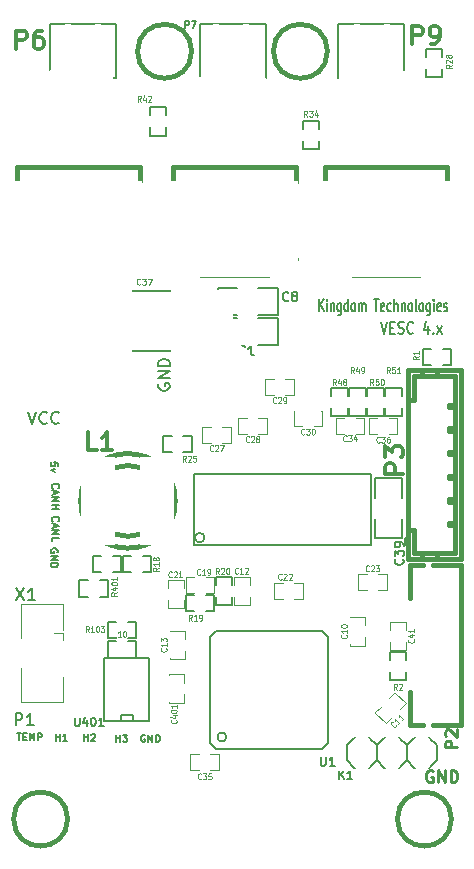
<source format=gto>
G04 #@! TF.GenerationSoftware,KiCad,Pcbnew,(5.1.2)-1*
G04 #@! TF.CreationDate,2021-03-05T10:29:45+00:00*
G04 #@! TF.ProjectId,BLDC_4,424c4443-5f34-42e6-9b69-6361645f7063,A*
G04 #@! TF.SameCoordinates,Original*
G04 #@! TF.FileFunction,Legend,Top*
G04 #@! TF.FilePolarity,Positive*
%FSLAX46Y46*%
G04 Gerber Fmt 4.6, Leading zero omitted, Abs format (unit mm)*
G04 Created by KiCad (PCBNEW (5.1.2)-1) date 2021-03-05 10:29:45*
%MOMM*%
%LPD*%
G04 APERTURE LIST*
%ADD10C,0.150000*%
%ADD11C,0.250000*%
%ADD12C,0.120000*%
%ADD13C,0.381000*%
%ADD14C,0.066040*%
%ADD15C,0.152400*%
%ADD16C,0.127000*%
%ADD17C,0.119380*%
%ADD18C,0.175000*%
%ADD19C,0.304800*%
%ADD20C,0.149860*%
%ADD21C,0.114300*%
%ADD22O,1.100000X2.200000*%
%ADD23O,1.100000X1.800000*%
%ADD24R,1.500000X0.450000*%
%ADD25O,1.700000X1.700000*%
%ADD26R,1.700000X1.700000*%
%ADD27C,1.300480*%
%ADD28R,10.800080X8.150860*%
%ADD29R,0.899160X3.200400*%
%ADD30O,1.524000X3.048000*%
%ADD31C,4.064000*%
%ADD32R,1.849120X5.499100*%
%ADD33R,2.997200X7.498080*%
%ADD34R,5.000000X4.000000*%
%ADD35R,0.300000X1.300480*%
%ADD36R,1.300480X0.300000*%
%ADD37R,0.299720X1.501140*%
%ADD38R,7.000240X3.599180*%
%ADD39R,1.524000X2.032000*%
%ADD40R,2.032000X1.524000*%
%ADD41R,0.635000X1.143000*%
%ADD42R,1.143000X0.635000*%
%ADD43R,1.399540X0.599440*%
%ADD44R,1.300000X1.300000*%
%ADD45C,1.300000*%
%ADD46C,0.635000*%
%ADD47C,0.254000*%
G04 APERTURE END LIST*
D10*
X91511500Y-105155904D02*
X91463880Y-105251142D01*
X91463880Y-105394000D01*
X91511500Y-105536857D01*
X91606738Y-105632095D01*
X91701976Y-105679714D01*
X91892452Y-105727333D01*
X92035309Y-105727333D01*
X92225785Y-105679714D01*
X92321023Y-105632095D01*
X92416261Y-105536857D01*
X92463880Y-105394000D01*
X92463880Y-105298761D01*
X92416261Y-105155904D01*
X92368642Y-105108285D01*
X92035309Y-105108285D01*
X92035309Y-105298761D01*
X92463880Y-104679714D02*
X91463880Y-104679714D01*
X92463880Y-104108285D01*
X91463880Y-104108285D01*
X92463880Y-103632095D02*
X91463880Y-103632095D01*
X91463880Y-103394000D01*
X91511500Y-103251142D01*
X91606738Y-103155904D01*
X91701976Y-103108285D01*
X91892452Y-103060666D01*
X92035309Y-103060666D01*
X92225785Y-103108285D01*
X92321023Y-103155904D01*
X92416261Y-103251142D01*
X92463880Y-103394000D01*
X92463880Y-103632095D01*
X80454666Y-107529380D02*
X80788000Y-108529380D01*
X81121333Y-107529380D01*
X82026095Y-108434142D02*
X81978476Y-108481761D01*
X81835619Y-108529380D01*
X81740380Y-108529380D01*
X81597523Y-108481761D01*
X81502285Y-108386523D01*
X81454666Y-108291285D01*
X81407047Y-108100809D01*
X81407047Y-107957952D01*
X81454666Y-107767476D01*
X81502285Y-107672238D01*
X81597523Y-107577000D01*
X81740380Y-107529380D01*
X81835619Y-107529380D01*
X81978476Y-107577000D01*
X82026095Y-107624619D01*
X83026095Y-108434142D02*
X82978476Y-108481761D01*
X82835619Y-108529380D01*
X82740380Y-108529380D01*
X82597523Y-108481761D01*
X82502285Y-108386523D01*
X82454666Y-108291285D01*
X82407047Y-108100809D01*
X82407047Y-107957952D01*
X82454666Y-107767476D01*
X82502285Y-107672238D01*
X82597523Y-107577000D01*
X82740380Y-107529380D01*
X82835619Y-107529380D01*
X82978476Y-107577000D01*
X83026095Y-107624619D01*
X82942071Y-112118785D02*
X82942071Y-111833071D01*
X82656357Y-111804500D01*
X82684928Y-111833071D01*
X82713500Y-111890214D01*
X82713500Y-112033071D01*
X82684928Y-112090214D01*
X82656357Y-112118785D01*
X82599214Y-112147357D01*
X82456357Y-112147357D01*
X82399214Y-112118785D01*
X82370642Y-112090214D01*
X82342071Y-112033071D01*
X82342071Y-111890214D01*
X82370642Y-111833071D01*
X82399214Y-111804500D01*
X82742071Y-112347357D02*
X82342071Y-112490214D01*
X82742071Y-112633071D01*
X82526214Y-113981000D02*
X82497642Y-113952428D01*
X82469071Y-113866714D01*
X82469071Y-113809571D01*
X82497642Y-113723857D01*
X82554785Y-113666714D01*
X82611928Y-113638142D01*
X82726214Y-113609571D01*
X82811928Y-113609571D01*
X82926214Y-113638142D01*
X82983357Y-113666714D01*
X83040500Y-113723857D01*
X83069071Y-113809571D01*
X83069071Y-113866714D01*
X83040500Y-113952428D01*
X83011928Y-113981000D01*
X82640500Y-114209571D02*
X82640500Y-114495285D01*
X82469071Y-114152428D02*
X83069071Y-114352428D01*
X82469071Y-114552428D01*
X82469071Y-114752428D02*
X83069071Y-114752428D01*
X82469071Y-115095285D01*
X83069071Y-115095285D01*
X82469071Y-115381000D02*
X83069071Y-115381000D01*
X82783357Y-115381000D02*
X82783357Y-115723857D01*
X82469071Y-115723857D02*
X83069071Y-115723857D01*
X82526214Y-116782928D02*
X82497642Y-116754357D01*
X82469071Y-116668642D01*
X82469071Y-116611500D01*
X82497642Y-116525785D01*
X82554785Y-116468642D01*
X82611928Y-116440071D01*
X82726214Y-116411500D01*
X82811928Y-116411500D01*
X82926214Y-116440071D01*
X82983357Y-116468642D01*
X83040500Y-116525785D01*
X83069071Y-116611500D01*
X83069071Y-116668642D01*
X83040500Y-116754357D01*
X83011928Y-116782928D01*
X82640500Y-117011500D02*
X82640500Y-117297214D01*
X82469071Y-116954357D02*
X83069071Y-117154357D01*
X82469071Y-117354357D01*
X82469071Y-117554357D02*
X83069071Y-117554357D01*
X82469071Y-117897214D01*
X83069071Y-117897214D01*
X82469071Y-118468642D02*
X82469071Y-118182928D01*
X83069071Y-118182928D01*
X79495785Y-134735928D02*
X79838642Y-134735928D01*
X79667214Y-135335928D02*
X79667214Y-134735928D01*
X80038642Y-135021642D02*
X80238642Y-135021642D01*
X80324357Y-135335928D02*
X80038642Y-135335928D01*
X80038642Y-134735928D01*
X80324357Y-134735928D01*
X80581500Y-135335928D02*
X80581500Y-134735928D01*
X80781500Y-135164500D01*
X80981500Y-134735928D01*
X80981500Y-135335928D01*
X81267214Y-135335928D02*
X81267214Y-134735928D01*
X81495785Y-134735928D01*
X81552928Y-134764500D01*
X81581500Y-134793071D01*
X81610071Y-134850214D01*
X81610071Y-134935928D01*
X81581500Y-134993071D01*
X81552928Y-135021642D01*
X81495785Y-135050214D01*
X81267214Y-135050214D01*
X82791357Y-135399428D02*
X82791357Y-134799428D01*
X82791357Y-135085142D02*
X83134214Y-135085142D01*
X83134214Y-135399428D02*
X83134214Y-134799428D01*
X83734214Y-135399428D02*
X83391357Y-135399428D01*
X83562785Y-135399428D02*
X83562785Y-134799428D01*
X83505642Y-134885142D01*
X83448500Y-134942285D01*
X83391357Y-134970857D01*
X85204357Y-135399428D02*
X85204357Y-134799428D01*
X85204357Y-135085142D02*
X85547214Y-135085142D01*
X85547214Y-135399428D02*
X85547214Y-134799428D01*
X85804357Y-134856571D02*
X85832928Y-134828000D01*
X85890071Y-134799428D01*
X86032928Y-134799428D01*
X86090071Y-134828000D01*
X86118642Y-134856571D01*
X86147214Y-134913714D01*
X86147214Y-134970857D01*
X86118642Y-135056571D01*
X85775785Y-135399428D01*
X86147214Y-135399428D01*
X87871357Y-135462928D02*
X87871357Y-134862928D01*
X87871357Y-135148642D02*
X88214214Y-135148642D01*
X88214214Y-135462928D02*
X88214214Y-134862928D01*
X88442785Y-134862928D02*
X88814214Y-134862928D01*
X88614214Y-135091500D01*
X88699928Y-135091500D01*
X88757071Y-135120071D01*
X88785642Y-135148642D01*
X88814214Y-135205785D01*
X88814214Y-135348642D01*
X88785642Y-135405785D01*
X88757071Y-135434357D01*
X88699928Y-135462928D01*
X88528500Y-135462928D01*
X88471357Y-135434357D01*
X88442785Y-135405785D01*
X90347857Y-134891500D02*
X90290714Y-134862928D01*
X90205000Y-134862928D01*
X90119285Y-134891500D01*
X90062142Y-134948642D01*
X90033571Y-135005785D01*
X90005000Y-135120071D01*
X90005000Y-135205785D01*
X90033571Y-135320071D01*
X90062142Y-135377214D01*
X90119285Y-135434357D01*
X90205000Y-135462928D01*
X90262142Y-135462928D01*
X90347857Y-135434357D01*
X90376428Y-135405785D01*
X90376428Y-135205785D01*
X90262142Y-135205785D01*
X90633571Y-135462928D02*
X90633571Y-134862928D01*
X90976428Y-135462928D01*
X90976428Y-134862928D01*
X91262142Y-135462928D02*
X91262142Y-134862928D01*
X91405000Y-134862928D01*
X91490714Y-134891500D01*
X91547857Y-134948642D01*
X91576428Y-135005785D01*
X91605000Y-135120071D01*
X91605000Y-135205785D01*
X91576428Y-135320071D01*
X91547857Y-135377214D01*
X91490714Y-135434357D01*
X91405000Y-135462928D01*
X91262142Y-135462928D01*
X82913500Y-119430857D02*
X82942071Y-119373714D01*
X82942071Y-119288000D01*
X82913500Y-119202285D01*
X82856357Y-119145142D01*
X82799214Y-119116571D01*
X82684928Y-119088000D01*
X82599214Y-119088000D01*
X82484928Y-119116571D01*
X82427785Y-119145142D01*
X82370642Y-119202285D01*
X82342071Y-119288000D01*
X82342071Y-119345142D01*
X82370642Y-119430857D01*
X82399214Y-119459428D01*
X82599214Y-119459428D01*
X82599214Y-119345142D01*
X82342071Y-119716571D02*
X82942071Y-119716571D01*
X82342071Y-120059428D01*
X82942071Y-120059428D01*
X82342071Y-120345142D02*
X82942071Y-120345142D01*
X82942071Y-120488000D01*
X82913500Y-120573714D01*
X82856357Y-120630857D01*
X82799214Y-120659428D01*
X82684928Y-120688000D01*
X82599214Y-120688000D01*
X82484928Y-120659428D01*
X82427785Y-120630857D01*
X82370642Y-120573714D01*
X82342071Y-120488000D01*
X82342071Y-120345142D01*
D11*
X114688095Y-137926000D02*
X114592857Y-137878380D01*
X114450000Y-137878380D01*
X114307142Y-137926000D01*
X114211904Y-138021238D01*
X114164285Y-138116476D01*
X114116666Y-138306952D01*
X114116666Y-138449809D01*
X114164285Y-138640285D01*
X114211904Y-138735523D01*
X114307142Y-138830761D01*
X114450000Y-138878380D01*
X114545238Y-138878380D01*
X114688095Y-138830761D01*
X114735714Y-138783142D01*
X114735714Y-138449809D01*
X114545238Y-138449809D01*
X115164285Y-138878380D02*
X115164285Y-137878380D01*
X115735714Y-138878380D01*
X115735714Y-137878380D01*
X116211904Y-138878380D02*
X116211904Y-137878380D01*
X116450000Y-137878380D01*
X116592857Y-137926000D01*
X116688095Y-138021238D01*
X116735714Y-138116476D01*
X116783333Y-138306952D01*
X116783333Y-138449809D01*
X116735714Y-138640285D01*
X116688095Y-138735523D01*
X116592857Y-138830761D01*
X116450000Y-138878380D01*
X116211904Y-138878380D01*
D10*
X105081009Y-99004380D02*
X105081009Y-98004380D01*
X105458380Y-99004380D02*
X105175352Y-98432952D01*
X105458380Y-98004380D02*
X105081009Y-98575809D01*
X105741409Y-99004380D02*
X105741409Y-98337714D01*
X105741409Y-98004380D02*
X105709961Y-98052000D01*
X105741409Y-98099619D01*
X105772857Y-98052000D01*
X105741409Y-98004380D01*
X105741409Y-98099619D01*
X106055885Y-98337714D02*
X106055885Y-99004380D01*
X106055885Y-98432952D02*
X106087333Y-98385333D01*
X106150228Y-98337714D01*
X106244571Y-98337714D01*
X106307466Y-98385333D01*
X106338914Y-98480571D01*
X106338914Y-99004380D01*
X106936419Y-98337714D02*
X106936419Y-99147238D01*
X106904971Y-99242476D01*
X106873523Y-99290095D01*
X106810628Y-99337714D01*
X106716285Y-99337714D01*
X106653390Y-99290095D01*
X106936419Y-98956761D02*
X106873523Y-99004380D01*
X106747733Y-99004380D01*
X106684838Y-98956761D01*
X106653390Y-98909142D01*
X106621942Y-98813904D01*
X106621942Y-98528190D01*
X106653390Y-98432952D01*
X106684838Y-98385333D01*
X106747733Y-98337714D01*
X106873523Y-98337714D01*
X106936419Y-98385333D01*
X107533923Y-99004380D02*
X107533923Y-98004380D01*
X107533923Y-98956761D02*
X107471028Y-99004380D01*
X107345238Y-99004380D01*
X107282342Y-98956761D01*
X107250895Y-98909142D01*
X107219447Y-98813904D01*
X107219447Y-98528190D01*
X107250895Y-98432952D01*
X107282342Y-98385333D01*
X107345238Y-98337714D01*
X107471028Y-98337714D01*
X107533923Y-98385333D01*
X107942742Y-99004380D02*
X107879847Y-98956761D01*
X107848400Y-98909142D01*
X107816952Y-98813904D01*
X107816952Y-98528190D01*
X107848400Y-98432952D01*
X107879847Y-98385333D01*
X107942742Y-98337714D01*
X108037085Y-98337714D01*
X108099980Y-98385333D01*
X108131428Y-98432952D01*
X108162876Y-98528190D01*
X108162876Y-98813904D01*
X108131428Y-98909142D01*
X108099980Y-98956761D01*
X108037085Y-99004380D01*
X107942742Y-99004380D01*
X108445904Y-99004380D02*
X108445904Y-98337714D01*
X108445904Y-98432952D02*
X108477352Y-98385333D01*
X108540247Y-98337714D01*
X108634590Y-98337714D01*
X108697485Y-98385333D01*
X108728933Y-98480571D01*
X108728933Y-99004380D01*
X108728933Y-98480571D02*
X108760380Y-98385333D01*
X108823276Y-98337714D01*
X108917619Y-98337714D01*
X108980514Y-98385333D01*
X109011961Y-98480571D01*
X109011961Y-99004380D01*
X109735257Y-98004380D02*
X110112628Y-98004380D01*
X109923942Y-99004380D02*
X109923942Y-98004380D01*
X110584342Y-98956761D02*
X110521447Y-99004380D01*
X110395657Y-99004380D01*
X110332761Y-98956761D01*
X110301314Y-98861523D01*
X110301314Y-98480571D01*
X110332761Y-98385333D01*
X110395657Y-98337714D01*
X110521447Y-98337714D01*
X110584342Y-98385333D01*
X110615790Y-98480571D01*
X110615790Y-98575809D01*
X110301314Y-98671047D01*
X111181847Y-98956761D02*
X111118952Y-99004380D01*
X110993161Y-99004380D01*
X110930266Y-98956761D01*
X110898819Y-98909142D01*
X110867371Y-98813904D01*
X110867371Y-98528190D01*
X110898819Y-98432952D01*
X110930266Y-98385333D01*
X110993161Y-98337714D01*
X111118952Y-98337714D01*
X111181847Y-98385333D01*
X111464876Y-99004380D02*
X111464876Y-98004380D01*
X111747904Y-99004380D02*
X111747904Y-98480571D01*
X111716457Y-98385333D01*
X111653561Y-98337714D01*
X111559219Y-98337714D01*
X111496323Y-98385333D01*
X111464876Y-98432952D01*
X112062380Y-98337714D02*
X112062380Y-99004380D01*
X112062380Y-98432952D02*
X112093828Y-98385333D01*
X112156723Y-98337714D01*
X112251066Y-98337714D01*
X112313961Y-98385333D01*
X112345409Y-98480571D01*
X112345409Y-99004380D01*
X112754228Y-99004380D02*
X112691333Y-98956761D01*
X112659885Y-98909142D01*
X112628438Y-98813904D01*
X112628438Y-98528190D01*
X112659885Y-98432952D01*
X112691333Y-98385333D01*
X112754228Y-98337714D01*
X112848571Y-98337714D01*
X112911466Y-98385333D01*
X112942914Y-98432952D01*
X112974361Y-98528190D01*
X112974361Y-98813904D01*
X112942914Y-98909142D01*
X112911466Y-98956761D01*
X112848571Y-99004380D01*
X112754228Y-99004380D01*
X113351733Y-99004380D02*
X113288838Y-98956761D01*
X113257390Y-98861523D01*
X113257390Y-98004380D01*
X113697657Y-99004380D02*
X113634761Y-98956761D01*
X113603314Y-98909142D01*
X113571866Y-98813904D01*
X113571866Y-98528190D01*
X113603314Y-98432952D01*
X113634761Y-98385333D01*
X113697657Y-98337714D01*
X113792000Y-98337714D01*
X113854895Y-98385333D01*
X113886342Y-98432952D01*
X113917790Y-98528190D01*
X113917790Y-98813904D01*
X113886342Y-98909142D01*
X113854895Y-98956761D01*
X113792000Y-99004380D01*
X113697657Y-99004380D01*
X114483847Y-98337714D02*
X114483847Y-99147238D01*
X114452400Y-99242476D01*
X114420952Y-99290095D01*
X114358057Y-99337714D01*
X114263714Y-99337714D01*
X114200819Y-99290095D01*
X114483847Y-98956761D02*
X114420952Y-99004380D01*
X114295161Y-99004380D01*
X114232266Y-98956761D01*
X114200819Y-98909142D01*
X114169371Y-98813904D01*
X114169371Y-98528190D01*
X114200819Y-98432952D01*
X114232266Y-98385333D01*
X114295161Y-98337714D01*
X114420952Y-98337714D01*
X114483847Y-98385333D01*
X114798323Y-99004380D02*
X114798323Y-98337714D01*
X114798323Y-98004380D02*
X114766876Y-98052000D01*
X114798323Y-98099619D01*
X114829771Y-98052000D01*
X114798323Y-98004380D01*
X114798323Y-98099619D01*
X115364380Y-98956761D02*
X115301485Y-99004380D01*
X115175695Y-99004380D01*
X115112800Y-98956761D01*
X115081352Y-98861523D01*
X115081352Y-98480571D01*
X115112800Y-98385333D01*
X115175695Y-98337714D01*
X115301485Y-98337714D01*
X115364380Y-98385333D01*
X115395828Y-98480571D01*
X115395828Y-98575809D01*
X115081352Y-98671047D01*
X115647409Y-98956761D02*
X115710304Y-99004380D01*
X115836095Y-99004380D01*
X115898990Y-98956761D01*
X115930438Y-98861523D01*
X115930438Y-98813904D01*
X115898990Y-98718666D01*
X115836095Y-98671047D01*
X115741752Y-98671047D01*
X115678857Y-98623428D01*
X115647409Y-98528190D01*
X115647409Y-98480571D01*
X115678857Y-98385333D01*
X115741752Y-98337714D01*
X115836095Y-98337714D01*
X115898990Y-98385333D01*
X110293476Y-99909380D02*
X110560142Y-100909380D01*
X110826809Y-99909380D01*
X111093476Y-100385571D02*
X111360142Y-100385571D01*
X111474428Y-100909380D02*
X111093476Y-100909380D01*
X111093476Y-99909380D01*
X111474428Y-99909380D01*
X111779190Y-100861761D02*
X111893476Y-100909380D01*
X112083952Y-100909380D01*
X112160142Y-100861761D01*
X112198238Y-100814142D01*
X112236333Y-100718904D01*
X112236333Y-100623666D01*
X112198238Y-100528428D01*
X112160142Y-100480809D01*
X112083952Y-100433190D01*
X111931571Y-100385571D01*
X111855380Y-100337952D01*
X111817285Y-100290333D01*
X111779190Y-100195095D01*
X111779190Y-100099857D01*
X111817285Y-100004619D01*
X111855380Y-99957000D01*
X111931571Y-99909380D01*
X112122047Y-99909380D01*
X112236333Y-99957000D01*
X113036333Y-100814142D02*
X112998238Y-100861761D01*
X112883952Y-100909380D01*
X112807761Y-100909380D01*
X112693476Y-100861761D01*
X112617285Y-100766523D01*
X112579190Y-100671285D01*
X112541095Y-100480809D01*
X112541095Y-100337952D01*
X112579190Y-100147476D01*
X112617285Y-100052238D01*
X112693476Y-99957000D01*
X112807761Y-99909380D01*
X112883952Y-99909380D01*
X112998238Y-99957000D01*
X113036333Y-100004619D01*
X114331571Y-100242714D02*
X114331571Y-100909380D01*
X114141095Y-99861761D02*
X113950619Y-100576047D01*
X114445857Y-100576047D01*
X114750619Y-100814142D02*
X114788714Y-100861761D01*
X114750619Y-100909380D01*
X114712523Y-100861761D01*
X114750619Y-100814142D01*
X114750619Y-100909380D01*
X115055380Y-100909380D02*
X115474428Y-100242714D01*
X115055380Y-100242714D02*
X115474428Y-100909380D01*
D12*
X83363500Y-129958500D02*
X83363500Y-132108500D01*
X79813500Y-132108500D02*
X79813500Y-129208500D01*
X83363500Y-123808500D02*
X79813500Y-123808500D01*
X79813500Y-123808500D02*
X79813500Y-126708500D01*
X83363500Y-132108500D02*
X79813500Y-132108500D01*
X83363500Y-125958500D02*
X83363500Y-123808500D01*
X83363500Y-126258500D02*
X83363500Y-126858500D01*
X82613500Y-126258500D02*
X83363500Y-126258500D01*
D13*
X112798860Y-134053580D02*
X113901220Y-134053580D01*
X117099080Y-134053580D02*
X114698780Y-134053580D01*
X112798860Y-120454420D02*
X113901220Y-120454420D01*
X117099080Y-120454420D02*
X114698780Y-120454420D01*
X112798860Y-123253500D02*
X112798860Y-120454420D01*
X117099080Y-120454420D02*
X117099080Y-134053580D01*
X112798860Y-134053580D02*
X112798860Y-131254500D01*
X79509620Y-86807040D02*
X89908380Y-86807040D01*
X89908380Y-86807040D02*
X89908380Y-94604840D01*
X89908380Y-94604840D02*
X87508080Y-95905320D01*
X87508080Y-95905320D02*
X81909920Y-95905320D01*
X81909920Y-95905320D02*
X79509620Y-94604840D01*
X79509620Y-94604840D02*
X79509620Y-86807040D01*
D14*
X110998000Y-136652000D02*
X111506000Y-136652000D01*
X111506000Y-136652000D02*
X111506000Y-136144000D01*
X110998000Y-136144000D02*
X111506000Y-136144000D01*
X110998000Y-136652000D02*
X110998000Y-136144000D01*
X108458000Y-136652000D02*
X108966000Y-136652000D01*
X108966000Y-136652000D02*
X108966000Y-136144000D01*
X108458000Y-136144000D02*
X108966000Y-136144000D01*
X108458000Y-136652000D02*
X108458000Y-136144000D01*
X113538000Y-136652000D02*
X114046000Y-136652000D01*
X114046000Y-136652000D02*
X114046000Y-136144000D01*
X113538000Y-136144000D02*
X114046000Y-136144000D01*
X113538000Y-136652000D02*
X113538000Y-136144000D01*
D15*
X108077000Y-135128000D02*
X109347000Y-135128000D01*
X109347000Y-135128000D02*
X109982000Y-135763000D01*
X109982000Y-135763000D02*
X109982000Y-137033000D01*
X109982000Y-137033000D02*
X109347000Y-137668000D01*
X109982000Y-135763000D02*
X110617000Y-135128000D01*
X110617000Y-135128000D02*
X111887000Y-135128000D01*
X111887000Y-135128000D02*
X112522000Y-135763000D01*
X112522000Y-135763000D02*
X112522000Y-137033000D01*
X112522000Y-137033000D02*
X111887000Y-137668000D01*
X111887000Y-137668000D02*
X110617000Y-137668000D01*
X110617000Y-137668000D02*
X109982000Y-137033000D01*
X107442000Y-135763000D02*
X107442000Y-137033000D01*
X108077000Y-135128000D02*
X107442000Y-135763000D01*
X107442000Y-137033000D02*
X108077000Y-137668000D01*
X109347000Y-137668000D02*
X108077000Y-137668000D01*
X112522000Y-135763000D02*
X113157000Y-135128000D01*
X113157000Y-135128000D02*
X114427000Y-135128000D01*
X114427000Y-135128000D02*
X115062000Y-135763000D01*
X115062000Y-135763000D02*
X115062000Y-137033000D01*
X115062000Y-137033000D02*
X114427000Y-137668000D01*
X114427000Y-137668000D02*
X113157000Y-137668000D01*
X113157000Y-137668000D02*
X112522000Y-137033000D01*
D13*
X94286000Y-77000000D02*
G75*
G03X94286000Y-77000000I-2286000J0D01*
G01*
X105786000Y-77000000D02*
G75*
G03X105786000Y-77000000I-2286000J0D01*
G01*
D16*
X93055440Y-97282000D02*
X93055440Y-102362000D01*
X88737440Y-97282000D02*
X88737440Y-102362000D01*
X88102440Y-97282000D02*
X93690440Y-97282000D01*
X93690440Y-97282000D02*
X93690440Y-102362000D01*
X93690440Y-102362000D02*
X88102440Y-102362000D01*
X88102440Y-102362000D02*
X88102440Y-97282000D01*
D13*
X91899740Y-115062000D02*
G75*
G03X91899740Y-115062000I-2999740J0D01*
G01*
X86598760Y-111861600D02*
X86598760Y-118262400D01*
X91201240Y-118262400D02*
X91201240Y-111861600D01*
X92900500Y-115062000D02*
G75*
G03X92900500Y-115062000I-4000500J0D01*
G01*
D10*
X82290000Y-79262000D02*
X82290000Y-74662000D01*
X82290000Y-74662000D02*
X87890000Y-74662000D01*
X87890000Y-74662000D02*
X87890000Y-79262000D01*
X87890000Y-79262000D02*
X82290000Y-79262000D01*
X94990000Y-79262000D02*
X94990000Y-74662000D01*
X94990000Y-74662000D02*
X100590000Y-74662000D01*
X100590000Y-74662000D02*
X100590000Y-79262000D01*
X100590000Y-79262000D02*
X94990000Y-79262000D01*
X106674000Y-79262000D02*
X106674000Y-74662000D01*
X106674000Y-74662000D02*
X112274000Y-74662000D01*
X112274000Y-74662000D02*
X112274000Y-79262000D01*
X112274000Y-79262000D02*
X106674000Y-79262000D01*
D13*
X105544620Y-86807040D02*
X115943380Y-86807040D01*
X115943380Y-86807040D02*
X115943380Y-94604840D01*
X115943380Y-94604840D02*
X113543080Y-95905320D01*
X113543080Y-95905320D02*
X107944920Y-95905320D01*
X107944920Y-95905320D02*
X105544620Y-94604840D01*
X105544620Y-94604840D02*
X105544620Y-86807040D01*
X92717620Y-86807040D02*
X103116380Y-86807040D01*
X103116380Y-86807040D02*
X103116380Y-94604840D01*
X103116380Y-94604840D02*
X100716080Y-95905320D01*
X100716080Y-95905320D02*
X95117920Y-95905320D01*
X95117920Y-95905320D02*
X92717620Y-94604840D01*
X92717620Y-94604840D02*
X92717620Y-86807040D01*
D16*
X105333800Y-136067800D02*
X96342200Y-136067800D01*
X105841800Y-135559800D02*
X105841800Y-126568200D01*
X96342200Y-126060200D02*
X105333800Y-126060200D01*
X95834200Y-135559800D02*
X95834200Y-126568200D01*
X97231200Y-135051800D02*
G75*
G03X97231200Y-135051800I-381000J0D01*
G01*
X96342200Y-136067800D02*
X95834200Y-135559800D01*
X105841800Y-135559800D02*
X105333800Y-136067800D01*
X105333800Y-126060200D02*
X105841800Y-126568200D01*
X95834200Y-126568200D02*
X96342200Y-126060200D01*
X94457520Y-118823740D02*
X109456220Y-118823740D01*
X109456220Y-112824260D02*
X94457520Y-112824260D01*
X109456220Y-112824260D02*
X109456220Y-118823740D01*
X94457520Y-118823740D02*
X94457520Y-112824260D01*
X95379738Y-118181120D02*
G75*
G03X95379738Y-118181120I-406598J0D01*
G01*
D13*
X116286000Y-142000000D02*
G75*
G03X116286000Y-142000000I-2286000J0D01*
G01*
X83786000Y-142000000D02*
G75*
G03X83786000Y-142000000I-2286000J0D01*
G01*
D16*
X96520000Y-99568000D02*
X96520000Y-101854000D01*
X96520000Y-101854000D02*
X98171000Y-101854000D01*
X99949000Y-99568000D02*
X101600000Y-99568000D01*
X101600000Y-99568000D02*
X101600000Y-101854000D01*
X101600000Y-101854000D02*
X99949000Y-101854000D01*
X98171000Y-99568000D02*
X96520000Y-99568000D01*
X96520000Y-97028000D02*
X96520000Y-99314000D01*
X96520000Y-99314000D02*
X98171000Y-99314000D01*
X99949000Y-97028000D02*
X101600000Y-97028000D01*
X101600000Y-97028000D02*
X101600000Y-99314000D01*
X101600000Y-99314000D02*
X99949000Y-99314000D01*
X98171000Y-97028000D02*
X96520000Y-97028000D01*
X109855000Y-118237000D02*
X112141000Y-118237000D01*
X112141000Y-118237000D02*
X112141000Y-116586000D01*
X109855000Y-114808000D02*
X109855000Y-113157000D01*
X109855000Y-113157000D02*
X112141000Y-113157000D01*
X112141000Y-113157000D02*
X112141000Y-114808000D01*
X109855000Y-116586000D02*
X109855000Y-118237000D01*
X114561620Y-102171500D02*
X113855500Y-102171500D01*
X113855500Y-102171500D02*
X113855500Y-103568500D01*
X113855500Y-103568500D02*
X114561620Y-103568500D01*
X116268500Y-102171500D02*
X115562380Y-102171500D01*
X116268500Y-102171500D02*
X116268500Y-103568500D01*
X116268500Y-103568500D02*
X115562380Y-103568500D01*
X111061500Y-129532380D02*
X111061500Y-130238500D01*
X111061500Y-130238500D02*
X112458500Y-130238500D01*
X112458500Y-130238500D02*
X112458500Y-129532380D01*
X111061500Y-127825500D02*
X111061500Y-128531620D01*
X111061500Y-127825500D02*
X112458500Y-127825500D01*
X112458500Y-127825500D02*
X112458500Y-128531620D01*
X86621620Y-119697500D02*
X85915500Y-119697500D01*
X85915500Y-119697500D02*
X85915500Y-121094500D01*
X85915500Y-121094500D02*
X86621620Y-121094500D01*
X88328500Y-119697500D02*
X87622380Y-119697500D01*
X88328500Y-119697500D02*
X88328500Y-121094500D01*
X88328500Y-121094500D02*
X87622380Y-121094500D01*
X89161620Y-119697500D02*
X88455500Y-119697500D01*
X88455500Y-119697500D02*
X88455500Y-121094500D01*
X88455500Y-121094500D02*
X89161620Y-121094500D01*
X90868500Y-119697500D02*
X90162380Y-119697500D01*
X90868500Y-119697500D02*
X90868500Y-121094500D01*
X90868500Y-121094500D02*
X90162380Y-121094500D01*
X94495620Y-122999500D02*
X93789500Y-122999500D01*
X93789500Y-122999500D02*
X93789500Y-124396500D01*
X93789500Y-124396500D02*
X94495620Y-124396500D01*
X96202500Y-122999500D02*
X95496380Y-122999500D01*
X96202500Y-122999500D02*
X96202500Y-124396500D01*
X96202500Y-124396500D02*
X95496380Y-124396500D01*
X97726500Y-122181620D02*
X97726500Y-121475500D01*
X97726500Y-121475500D02*
X96329500Y-121475500D01*
X96329500Y-121475500D02*
X96329500Y-122181620D01*
X97726500Y-123888500D02*
X97726500Y-123182380D01*
X97726500Y-123888500D02*
X96329500Y-123888500D01*
X96329500Y-123888500D02*
X96329500Y-123182380D01*
X92590620Y-109537500D02*
X91884500Y-109537500D01*
X91884500Y-109537500D02*
X91884500Y-110934500D01*
X91884500Y-110934500D02*
X92590620Y-110934500D01*
X94297500Y-109537500D02*
X93591380Y-109537500D01*
X94297500Y-109537500D02*
X94297500Y-110934500D01*
X94297500Y-110934500D02*
X93591380Y-110934500D01*
X114109500Y-78478380D02*
X114109500Y-79184500D01*
X114109500Y-79184500D02*
X115506500Y-79184500D01*
X115506500Y-79184500D02*
X115506500Y-78478380D01*
X114109500Y-76771500D02*
X114109500Y-77477620D01*
X114109500Y-76771500D02*
X115506500Y-76771500D01*
X115506500Y-76771500D02*
X115506500Y-77477620D01*
X105092500Y-83573620D02*
X105092500Y-82867500D01*
X105092500Y-82867500D02*
X103695500Y-82867500D01*
X103695500Y-82867500D02*
X103695500Y-83573620D01*
X105092500Y-85280500D02*
X105092500Y-84574380D01*
X105092500Y-85280500D02*
X103695500Y-85280500D01*
X103695500Y-85280500D02*
X103695500Y-84574380D01*
X92138500Y-82430620D02*
X92138500Y-81724500D01*
X92138500Y-81724500D02*
X90741500Y-81724500D01*
X90741500Y-81724500D02*
X90741500Y-82430620D01*
X92138500Y-84137500D02*
X92138500Y-83431380D01*
X92138500Y-84137500D02*
X90741500Y-84137500D01*
X90741500Y-84137500D02*
X90741500Y-83431380D01*
X107505500Y-106179620D02*
X107505500Y-105473500D01*
X107505500Y-105473500D02*
X106108500Y-105473500D01*
X106108500Y-105473500D02*
X106108500Y-106179620D01*
X107505500Y-107886500D02*
X107505500Y-107180380D01*
X107505500Y-107886500D02*
X106108500Y-107886500D01*
X106108500Y-107886500D02*
X106108500Y-107180380D01*
X109029500Y-106179620D02*
X109029500Y-105473500D01*
X109029500Y-105473500D02*
X107632500Y-105473500D01*
X107632500Y-105473500D02*
X107632500Y-106179620D01*
X109029500Y-107886500D02*
X109029500Y-107180380D01*
X109029500Y-107886500D02*
X107632500Y-107886500D01*
X107632500Y-107886500D02*
X107632500Y-107180380D01*
X110553500Y-106179620D02*
X110553500Y-105473500D01*
X110553500Y-105473500D02*
X109156500Y-105473500D01*
X109156500Y-105473500D02*
X109156500Y-106179620D01*
X110553500Y-107886500D02*
X110553500Y-107180380D01*
X110553500Y-107886500D02*
X109156500Y-107886500D01*
X109156500Y-107886500D02*
X109156500Y-107180380D01*
X112077500Y-106179620D02*
X112077500Y-105473500D01*
X112077500Y-105473500D02*
X110680500Y-105473500D01*
X110680500Y-105473500D02*
X110680500Y-106179620D01*
X112077500Y-107886500D02*
X112077500Y-107180380D01*
X112077500Y-107886500D02*
X110680500Y-107886500D01*
X110680500Y-107886500D02*
X110680500Y-107180380D01*
X88892380Y-126682500D02*
X89598500Y-126682500D01*
X89598500Y-126682500D02*
X89598500Y-125285500D01*
X89598500Y-125285500D02*
X88892380Y-125285500D01*
X87185500Y-126682500D02*
X87891620Y-126682500D01*
X87185500Y-126682500D02*
X87185500Y-125285500D01*
X87185500Y-125285500D02*
X87891620Y-125285500D01*
X88900380Y-128333500D02*
X89606500Y-128333500D01*
X89606500Y-128333500D02*
X89606500Y-126936500D01*
X89606500Y-126936500D02*
X88900380Y-126936500D01*
X87193500Y-128333500D02*
X87899620Y-128333500D01*
X87193500Y-128333500D02*
X87193500Y-126936500D01*
X87193500Y-126936500D02*
X87899620Y-126936500D01*
X86500380Y-123198500D02*
X87206500Y-123198500D01*
X87206500Y-123198500D02*
X87206500Y-121801500D01*
X87206500Y-121801500D02*
X86500380Y-121801500D01*
X84793500Y-123198500D02*
X85499620Y-123198500D01*
X84793500Y-123198500D02*
X84793500Y-121801500D01*
X84793500Y-121801500D02*
X85499620Y-121801500D01*
X90578000Y-133717000D02*
X90705000Y-133717000D01*
X90705000Y-133717000D02*
X90705000Y-128383000D01*
X86895000Y-128383000D02*
X86895000Y-133717000D01*
X86895000Y-133717000D02*
X90578000Y-133717000D01*
X88292000Y-133717000D02*
X88292000Y-133209000D01*
X88292000Y-133209000D02*
X89308000Y-133209000D01*
X89308000Y-133209000D02*
X89308000Y-133717000D01*
X86895000Y-128383000D02*
X90705000Y-128383000D01*
D13*
X112600740Y-120015000D02*
X112600740Y-104013000D01*
X116601240Y-104513380D02*
X116601240Y-119514620D01*
X117099080Y-120015000D02*
X117099080Y-104013000D01*
X116601240Y-107116880D02*
X116100860Y-107116880D01*
X116100860Y-107116880D02*
X116100860Y-106918760D01*
X116100860Y-106918760D02*
X116601240Y-106918760D01*
X116601240Y-111117380D02*
X116100860Y-111117380D01*
X116100860Y-111117380D02*
X116100860Y-110919260D01*
X116100860Y-110919260D02*
X116601240Y-110919260D01*
X116100860Y-108917740D02*
X116601240Y-108917740D01*
X116100860Y-109115860D02*
X116100860Y-108917740D01*
X116601240Y-109115860D02*
X116100860Y-109115860D01*
X116100860Y-114917220D02*
X116601240Y-114917220D01*
X116100860Y-115115340D02*
X116100860Y-114917220D01*
X116601240Y-115115340D02*
X116100860Y-115115340D01*
X116100860Y-116918740D02*
X116601240Y-116918740D01*
X116100860Y-117116860D02*
X116100860Y-116918740D01*
X116601240Y-117116860D02*
X116100860Y-117116860D01*
X116601240Y-113116360D02*
X116100860Y-113116360D01*
X116100860Y-113116360D02*
X116100860Y-112918240D01*
X116100860Y-112918240D02*
X116601240Y-112918240D01*
X113799620Y-104015540D02*
X113799620Y-104515920D01*
X115100100Y-104515920D02*
X115100100Y-104015540D01*
X115100100Y-119517160D02*
X115100100Y-120017540D01*
X113799620Y-119517160D02*
X113799620Y-120017540D01*
X112600740Y-117518180D02*
X113101120Y-117518180D01*
X113101120Y-117518180D02*
X113101120Y-119517160D01*
X113101120Y-119517160D02*
X116601240Y-119517160D01*
X116601240Y-104515920D02*
X113101120Y-104515920D01*
X113101120Y-104515920D02*
X113101120Y-106514900D01*
X113101120Y-106514900D02*
X112600740Y-106514900D01*
X112600740Y-120017540D02*
X117099080Y-120017540D01*
X112600740Y-104015540D02*
X117099080Y-104015540D01*
X112600740Y-118318280D02*
X112400080Y-118318280D01*
X112400080Y-118318280D02*
X112400080Y-118618000D01*
X112400080Y-118618000D02*
X112600740Y-118618000D01*
D17*
X92349760Y-131450380D02*
X92349760Y-132148880D01*
X92349760Y-130449620D02*
X92349760Y-129751120D01*
X93650240Y-131450380D02*
X93650240Y-132148880D01*
X93650240Y-129751120D02*
X93650240Y-130449620D01*
X93635000Y-132148880D02*
X92365000Y-132148880D01*
X92365000Y-129751120D02*
X93635000Y-129751120D01*
X111109760Y-126992380D02*
X111109760Y-127690880D01*
X111109760Y-125991620D02*
X111109760Y-125293120D01*
X112410240Y-126992380D02*
X112410240Y-127690880D01*
X112410240Y-125293120D02*
X112410240Y-125991620D01*
X112395000Y-127690880D02*
X111125000Y-127690880D01*
X111125000Y-125293120D02*
X112395000Y-125293120D01*
X110990380Y-109362240D02*
X111688880Y-109362240D01*
X109989620Y-109362240D02*
X109291120Y-109362240D01*
X110990380Y-108061760D02*
X111688880Y-108061760D01*
X109291120Y-108061760D02*
X109989620Y-108061760D01*
X111688880Y-108077000D02*
X111688880Y-109347000D01*
X109291120Y-109347000D02*
X109291120Y-108077000D01*
X95877380Y-137810240D02*
X96575880Y-137810240D01*
X94876620Y-137810240D02*
X94178120Y-137810240D01*
X95877380Y-136509760D02*
X96575880Y-136509760D01*
X94178120Y-136509760D02*
X94876620Y-136509760D01*
X96575880Y-136525000D02*
X96575880Y-137795000D01*
X94178120Y-137795000D02*
X94178120Y-136525000D01*
X108196380Y-109362240D02*
X108894880Y-109362240D01*
X107195620Y-109362240D02*
X106497120Y-109362240D01*
X108196380Y-108061760D02*
X108894880Y-108061760D01*
X106497120Y-108061760D02*
X107195620Y-108061760D01*
X108894880Y-108077000D02*
X108894880Y-109347000D01*
X106497120Y-109347000D02*
X106497120Y-108077000D01*
X103639620Y-107426760D02*
X102941120Y-107426760D01*
X104640380Y-107426760D02*
X105338880Y-107426760D01*
X103639620Y-108727240D02*
X102941120Y-108727240D01*
X105338880Y-108727240D02*
X104640380Y-108727240D01*
X102941120Y-108712000D02*
X102941120Y-107442000D01*
X105338880Y-107442000D02*
X105338880Y-108712000D01*
X101226620Y-104759760D02*
X100528120Y-104759760D01*
X102227380Y-104759760D02*
X102925880Y-104759760D01*
X101226620Y-106060240D02*
X100528120Y-106060240D01*
X102925880Y-106060240D02*
X102227380Y-106060240D01*
X100528120Y-106045000D02*
X100528120Y-104775000D01*
X102925880Y-104775000D02*
X102925880Y-106045000D01*
X98940620Y-108061760D02*
X98242120Y-108061760D01*
X99941380Y-108061760D02*
X100639880Y-108061760D01*
X98940620Y-109362240D02*
X98242120Y-109362240D01*
X100639880Y-109362240D02*
X99941380Y-109362240D01*
X98242120Y-109347000D02*
X98242120Y-108077000D01*
X100639880Y-108077000D02*
X100639880Y-109347000D01*
X95892620Y-108823760D02*
X95194120Y-108823760D01*
X96893380Y-108823760D02*
X97591880Y-108823760D01*
X95892620Y-110124240D02*
X95194120Y-110124240D01*
X97591880Y-110124240D02*
X96893380Y-110124240D01*
X95194120Y-110109000D02*
X95194120Y-108839000D01*
X97591880Y-108839000D02*
X97591880Y-110109000D01*
X109100620Y-121269760D02*
X108402120Y-121269760D01*
X110101380Y-121269760D02*
X110799880Y-121269760D01*
X109100620Y-122570240D02*
X108402120Y-122570240D01*
X110799880Y-122570240D02*
X110101380Y-122570240D01*
X108402120Y-122555000D02*
X108402120Y-121285000D01*
X110799880Y-121285000D02*
X110799880Y-122555000D01*
X102989380Y-123332240D02*
X103687880Y-123332240D01*
X101988620Y-123332240D02*
X101290120Y-123332240D01*
X102989380Y-122031760D02*
X103687880Y-122031760D01*
X101290120Y-122031760D02*
X101988620Y-122031760D01*
X103687880Y-122047000D02*
X103687880Y-123317000D01*
X101290120Y-123317000D02*
X101290120Y-122047000D01*
X92313760Y-123436380D02*
X92313760Y-124134880D01*
X92313760Y-122435620D02*
X92313760Y-121737120D01*
X93614240Y-123436380D02*
X93614240Y-124134880D01*
X93614240Y-121737120D02*
X93614240Y-122435620D01*
X93599000Y-124134880D02*
X92329000Y-124134880D01*
X92329000Y-121737120D02*
X93599000Y-121737120D01*
X95496380Y-122824240D02*
X96194880Y-122824240D01*
X94495620Y-122824240D02*
X93797120Y-122824240D01*
X95496380Y-121523760D02*
X96194880Y-121523760D01*
X93797120Y-121523760D02*
X94495620Y-121523760D01*
X96194880Y-121539000D02*
X96194880Y-122809000D01*
X93797120Y-122809000D02*
X93797120Y-121539000D01*
X93741240Y-126753620D02*
X93741240Y-126055120D01*
X93741240Y-127754380D02*
X93741240Y-128452880D01*
X92440760Y-126753620D02*
X92440760Y-126055120D01*
X92440760Y-128452880D02*
X92440760Y-127754380D01*
X92456000Y-126055120D02*
X93726000Y-126055120D01*
X93726000Y-128452880D02*
X92456000Y-128452880D01*
X99202240Y-122181620D02*
X99202240Y-121483120D01*
X99202240Y-123182380D02*
X99202240Y-123880880D01*
X97901760Y-122181620D02*
X97901760Y-121483120D01*
X97901760Y-123880880D02*
X97901760Y-123182380D01*
X97917000Y-121483120D02*
X99187000Y-121483120D01*
X99187000Y-123880880D02*
X97917000Y-123880880D01*
X111938611Y-132693967D02*
X112432525Y-132200053D01*
X111230967Y-133401611D02*
X110737053Y-133895525D01*
X111019033Y-131774389D02*
X111512947Y-131280475D01*
X109817475Y-132975947D02*
X110311389Y-132482033D01*
X111523723Y-131291251D02*
X112421749Y-132189277D01*
X110726277Y-133884749D02*
X109828251Y-132986723D01*
X107680760Y-126611380D02*
X107680760Y-127309880D01*
X107680760Y-125610620D02*
X107680760Y-124912120D01*
X108981240Y-126611380D02*
X108981240Y-127309880D01*
X108981240Y-124912120D02*
X108981240Y-125610620D01*
X108966000Y-127309880D02*
X107696000Y-127309880D01*
X107696000Y-124912120D02*
X108966000Y-124912120D01*
D10*
X79454476Y-122451880D02*
X80121142Y-123451880D01*
X80121142Y-122451880D02*
X79454476Y-123451880D01*
X81025904Y-123451880D02*
X80454476Y-123451880D01*
X80740190Y-123451880D02*
X80740190Y-122451880D01*
X80644952Y-122594738D01*
X80549714Y-122689976D01*
X80454476Y-122737595D01*
X79398904Y-134056380D02*
X79398904Y-133056380D01*
X79779857Y-133056380D01*
X79875095Y-133104000D01*
X79922714Y-133151619D01*
X79970333Y-133246857D01*
X79970333Y-133389714D01*
X79922714Y-133484952D01*
X79875095Y-133532571D01*
X79779857Y-133580190D01*
X79398904Y-133580190D01*
X80922714Y-134056380D02*
X80351285Y-134056380D01*
X80637000Y-134056380D02*
X80637000Y-133056380D01*
X80541761Y-133199238D01*
X80446523Y-133294476D01*
X80351285Y-133342095D01*
D11*
X116752380Y-135938095D02*
X115752380Y-135938095D01*
X115752380Y-135557142D01*
X115800000Y-135461904D01*
X115847619Y-135414285D01*
X115942857Y-135366666D01*
X116085714Y-135366666D01*
X116180952Y-135414285D01*
X116228571Y-135461904D01*
X116276190Y-135557142D01*
X116276190Y-135938095D01*
X115847619Y-134985714D02*
X115800000Y-134938095D01*
X115752380Y-134842857D01*
X115752380Y-134604761D01*
X115800000Y-134509523D01*
X115847619Y-134461904D01*
X115942857Y-134414285D01*
X116038095Y-134414285D01*
X116180952Y-134461904D01*
X116752380Y-135033333D01*
X116752380Y-134414285D01*
D18*
X106798333Y-138619666D02*
X106798333Y-137919666D01*
X107198333Y-138619666D02*
X106898333Y-138219666D01*
X107198333Y-137919666D02*
X106798333Y-138319666D01*
X107865000Y-138619666D02*
X107465000Y-138619666D01*
X107665000Y-138619666D02*
X107665000Y-137919666D01*
X107598333Y-138019666D01*
X107531666Y-138086333D01*
X107465000Y-138119666D01*
D17*
X89939767Y-96698707D02*
X89915939Y-96722534D01*
X89844456Y-96746362D01*
X89796801Y-96746362D01*
X89725318Y-96722534D01*
X89677663Y-96674879D01*
X89653835Y-96627224D01*
X89630008Y-96531913D01*
X89630008Y-96460430D01*
X89653835Y-96365120D01*
X89677663Y-96317465D01*
X89725318Y-96269810D01*
X89796801Y-96245982D01*
X89844456Y-96245982D01*
X89915939Y-96269810D01*
X89939767Y-96293637D01*
X90106560Y-96245982D02*
X90416319Y-96245982D01*
X90249526Y-96436603D01*
X90321009Y-96436603D01*
X90368664Y-96460430D01*
X90392491Y-96484258D01*
X90416319Y-96531913D01*
X90416319Y-96651051D01*
X90392491Y-96698707D01*
X90368664Y-96722534D01*
X90321009Y-96746362D01*
X90178043Y-96746362D01*
X90130388Y-96722534D01*
X90106560Y-96698707D01*
X90583112Y-96245982D02*
X90916699Y-96245982D01*
X90702250Y-96746362D01*
D19*
X86246000Y-110789428D02*
X85520285Y-110789428D01*
X85520285Y-109265428D01*
X87552285Y-110789428D02*
X86681428Y-110789428D01*
X87116857Y-110789428D02*
X87116857Y-109265428D01*
X86971714Y-109483142D01*
X86826571Y-109628285D01*
X86681428Y-109700857D01*
X79456642Y-76762428D02*
X79456642Y-75238428D01*
X80037214Y-75238428D01*
X80182357Y-75311000D01*
X80254928Y-75383571D01*
X80327500Y-75528714D01*
X80327500Y-75746428D01*
X80254928Y-75891571D01*
X80182357Y-75964142D01*
X80037214Y-76036714D01*
X79456642Y-76036714D01*
X81633785Y-75238428D02*
X81343500Y-75238428D01*
X81198357Y-75311000D01*
X81125785Y-75383571D01*
X80980642Y-75601285D01*
X80908071Y-75891571D01*
X80908071Y-76472142D01*
X80980642Y-76617285D01*
X81053214Y-76689857D01*
X81198357Y-76762428D01*
X81488642Y-76762428D01*
X81633785Y-76689857D01*
X81706357Y-76617285D01*
X81778928Y-76472142D01*
X81778928Y-76109285D01*
X81706357Y-75964142D01*
X81633785Y-75891571D01*
X81488642Y-75819000D01*
X81198357Y-75819000D01*
X81053214Y-75891571D01*
X80980642Y-75964142D01*
X80908071Y-76109285D01*
D10*
X93757142Y-75029428D02*
X93757142Y-74429428D01*
X93985714Y-74429428D01*
X94042857Y-74458000D01*
X94071428Y-74486571D01*
X94100000Y-74543714D01*
X94100000Y-74629428D01*
X94071428Y-74686571D01*
X94042857Y-74715142D01*
X93985714Y-74743714D01*
X93757142Y-74743714D01*
X94300000Y-74429428D02*
X94700000Y-74429428D01*
X94442857Y-75029428D01*
D19*
X112984642Y-76381428D02*
X112984642Y-74857428D01*
X113565214Y-74857428D01*
X113710357Y-74930000D01*
X113782928Y-75002571D01*
X113855500Y-75147714D01*
X113855500Y-75365428D01*
X113782928Y-75510571D01*
X113710357Y-75583142D01*
X113565214Y-75655714D01*
X112984642Y-75655714D01*
X114581214Y-76381428D02*
X114871500Y-76381428D01*
X115016642Y-76308857D01*
X115089214Y-76236285D01*
X115234357Y-76018571D01*
X115306928Y-75728285D01*
X115306928Y-75147714D01*
X115234357Y-75002571D01*
X115161785Y-74930000D01*
X115016642Y-74857428D01*
X114726357Y-74857428D01*
X114581214Y-74930000D01*
X114508642Y-75002571D01*
X114436071Y-75147714D01*
X114436071Y-75510571D01*
X114508642Y-75655714D01*
X114581214Y-75728285D01*
X114726357Y-75800857D01*
X115016642Y-75800857D01*
X115161785Y-75728285D01*
X115234357Y-75655714D01*
X115306928Y-75510571D01*
D20*
X105220104Y-136749669D02*
X105220104Y-137356245D01*
X105255785Y-137427607D01*
X105291466Y-137463288D01*
X105362828Y-137498969D01*
X105505552Y-137498969D01*
X105576914Y-137463288D01*
X105612595Y-137427607D01*
X105648276Y-137356245D01*
X105648276Y-136749669D01*
X106397576Y-137498969D02*
X105969404Y-137498969D01*
X106183490Y-137498969D02*
X106183490Y-136749669D01*
X106112128Y-136856711D01*
X106040766Y-136928073D01*
X105969404Y-136963754D01*
X101283104Y-116683669D02*
X101283104Y-117290245D01*
X101318785Y-117361607D01*
X101354466Y-117397288D01*
X101425828Y-117432969D01*
X101568552Y-117432969D01*
X101639914Y-117397288D01*
X101675595Y-117361607D01*
X101711276Y-117290245D01*
X101711276Y-116683669D01*
X101996723Y-116683669D02*
X102460576Y-116683669D01*
X102210809Y-116969116D01*
X102317852Y-116969116D01*
X102389214Y-117004797D01*
X102424895Y-117040478D01*
X102460576Y-117111840D01*
X102460576Y-117290245D01*
X102424895Y-117361607D01*
X102389214Y-117397288D01*
X102317852Y-117432969D01*
X102103766Y-117432969D01*
X102032404Y-117397288D01*
X101996723Y-117361607D01*
D16*
X98806000Y-102634142D02*
X98769714Y-102670428D01*
X98660857Y-102706714D01*
X98588285Y-102706714D01*
X98479428Y-102670428D01*
X98406857Y-102597857D01*
X98370571Y-102525285D01*
X98334285Y-102380142D01*
X98334285Y-102271285D01*
X98370571Y-102126142D01*
X98406857Y-102053571D01*
X98479428Y-101981000D01*
X98588285Y-101944714D01*
X98660857Y-101944714D01*
X98769714Y-101981000D01*
X98806000Y-102017285D01*
X99531714Y-102706714D02*
X99096285Y-102706714D01*
X99314000Y-102706714D02*
X99314000Y-101944714D01*
X99241428Y-102053571D01*
X99168857Y-102126142D01*
X99096285Y-102162428D01*
X102489000Y-98062142D02*
X102452714Y-98098428D01*
X102343857Y-98134714D01*
X102271285Y-98134714D01*
X102162428Y-98098428D01*
X102089857Y-98025857D01*
X102053571Y-97953285D01*
X102017285Y-97808142D01*
X102017285Y-97699285D01*
X102053571Y-97554142D01*
X102089857Y-97481571D01*
X102162428Y-97409000D01*
X102271285Y-97372714D01*
X102343857Y-97372714D01*
X102452714Y-97409000D01*
X102489000Y-97445285D01*
X102924428Y-97699285D02*
X102851857Y-97663000D01*
X102815571Y-97626714D01*
X102779285Y-97554142D01*
X102779285Y-97517857D01*
X102815571Y-97445285D01*
X102851857Y-97409000D01*
X102924428Y-97372714D01*
X103069571Y-97372714D01*
X103142142Y-97409000D01*
X103178428Y-97445285D01*
X103214714Y-97517857D01*
X103214714Y-97554142D01*
X103178428Y-97626714D01*
X103142142Y-97663000D01*
X103069571Y-97699285D01*
X102924428Y-97699285D01*
X102851857Y-97735571D01*
X102815571Y-97771857D01*
X102779285Y-97844428D01*
X102779285Y-97989571D01*
X102815571Y-98062142D01*
X102851857Y-98098428D01*
X102924428Y-98134714D01*
X103069571Y-98134714D01*
X103142142Y-98098428D01*
X103178428Y-98062142D01*
X103214714Y-97989571D01*
X103214714Y-97844428D01*
X103178428Y-97771857D01*
X103142142Y-97735571D01*
X103069571Y-97699285D01*
X112159142Y-119996857D02*
X112195428Y-120033142D01*
X112231714Y-120142000D01*
X112231714Y-120214571D01*
X112195428Y-120323428D01*
X112122857Y-120396000D01*
X112050285Y-120432285D01*
X111905142Y-120468571D01*
X111796285Y-120468571D01*
X111651142Y-120432285D01*
X111578571Y-120396000D01*
X111506000Y-120323428D01*
X111469714Y-120214571D01*
X111469714Y-120142000D01*
X111506000Y-120033142D01*
X111542285Y-119996857D01*
X111469714Y-119742857D02*
X111469714Y-119271142D01*
X111760000Y-119525142D01*
X111760000Y-119416285D01*
X111796285Y-119343714D01*
X111832571Y-119307428D01*
X111905142Y-119271142D01*
X112086571Y-119271142D01*
X112159142Y-119307428D01*
X112195428Y-119343714D01*
X112231714Y-119416285D01*
X112231714Y-119634000D01*
X112195428Y-119706571D01*
X112159142Y-119742857D01*
X112231714Y-118908285D02*
X112231714Y-118763142D01*
X112195428Y-118690571D01*
X112159142Y-118654285D01*
X112050285Y-118581714D01*
X111905142Y-118545428D01*
X111614857Y-118545428D01*
X111542285Y-118581714D01*
X111506000Y-118618000D01*
X111469714Y-118690571D01*
X111469714Y-118835714D01*
X111506000Y-118908285D01*
X111542285Y-118944571D01*
X111614857Y-118980857D01*
X111796285Y-118980857D01*
X111868857Y-118944571D01*
X111905142Y-118908285D01*
X111941428Y-118835714D01*
X111941428Y-118690571D01*
X111905142Y-118618000D01*
X111868857Y-118581714D01*
X111796285Y-118545428D01*
D21*
X113510362Y-102819200D02*
X113272086Y-102971600D01*
X113510362Y-103080457D02*
X113009982Y-103080457D01*
X113009982Y-102906285D01*
X113033810Y-102862742D01*
X113057637Y-102840971D01*
X113105292Y-102819200D01*
X113176775Y-102819200D01*
X113224430Y-102840971D01*
X113248258Y-102862742D01*
X113272086Y-102906285D01*
X113272086Y-103080457D01*
X113510362Y-102383771D02*
X113510362Y-102645028D01*
X113510362Y-102514400D02*
X113009982Y-102514400D01*
X113081465Y-102557942D01*
X113129120Y-102601485D01*
X113152948Y-102645028D01*
X111683800Y-131036362D02*
X111531400Y-130798086D01*
X111422542Y-131036362D02*
X111422542Y-130535982D01*
X111596714Y-130535982D01*
X111640257Y-130559810D01*
X111662028Y-130583637D01*
X111683800Y-130631292D01*
X111683800Y-130702775D01*
X111662028Y-130750430D01*
X111640257Y-130774258D01*
X111596714Y-130798086D01*
X111422542Y-130798086D01*
X111857971Y-130583637D02*
X111879742Y-130559810D01*
X111923285Y-130535982D01*
X112032142Y-130535982D01*
X112075685Y-130559810D01*
X112097457Y-130583637D01*
X112119228Y-130631292D01*
X112119228Y-130678948D01*
X112097457Y-130750430D01*
X111836200Y-131036362D01*
X112119228Y-131036362D01*
X88983362Y-120713914D02*
X88745086Y-120866314D01*
X88983362Y-120975171D02*
X88482982Y-120975171D01*
X88482982Y-120801000D01*
X88506810Y-120757457D01*
X88530637Y-120735685D01*
X88578292Y-120713914D01*
X88649775Y-120713914D01*
X88697430Y-120735685D01*
X88721258Y-120757457D01*
X88745086Y-120801000D01*
X88745086Y-120975171D01*
X88983362Y-120278485D02*
X88983362Y-120539742D01*
X88983362Y-120409114D02*
X88482982Y-120409114D01*
X88554465Y-120452657D01*
X88602120Y-120496200D01*
X88625948Y-120539742D01*
X88482982Y-120126085D02*
X88482982Y-119821285D01*
X88983362Y-120017228D01*
X91523362Y-120713914D02*
X91285086Y-120866314D01*
X91523362Y-120975171D02*
X91022982Y-120975171D01*
X91022982Y-120801000D01*
X91046810Y-120757457D01*
X91070637Y-120735685D01*
X91118292Y-120713914D01*
X91189775Y-120713914D01*
X91237430Y-120735685D01*
X91261258Y-120757457D01*
X91285086Y-120801000D01*
X91285086Y-120975171D01*
X91523362Y-120278485D02*
X91523362Y-120539742D01*
X91523362Y-120409114D02*
X91022982Y-120409114D01*
X91094465Y-120452657D01*
X91142120Y-120496200D01*
X91165948Y-120539742D01*
X91237430Y-120017228D02*
X91213603Y-120060771D01*
X91189775Y-120082542D01*
X91142120Y-120104314D01*
X91118292Y-120104314D01*
X91070637Y-120082542D01*
X91046810Y-120060771D01*
X91022982Y-120017228D01*
X91022982Y-119930142D01*
X91046810Y-119886600D01*
X91070637Y-119864828D01*
X91118292Y-119843057D01*
X91142120Y-119843057D01*
X91189775Y-119864828D01*
X91213603Y-119886600D01*
X91237430Y-119930142D01*
X91237430Y-120017228D01*
X91261258Y-120060771D01*
X91285086Y-120082542D01*
X91332741Y-120104314D01*
X91428051Y-120104314D01*
X91475707Y-120082542D01*
X91499534Y-120060771D01*
X91523362Y-120017228D01*
X91523362Y-119930142D01*
X91499534Y-119886600D01*
X91475707Y-119864828D01*
X91428051Y-119843057D01*
X91332741Y-119843057D01*
X91285086Y-119864828D01*
X91261258Y-119886600D01*
X91237430Y-119930142D01*
X94321085Y-125194362D02*
X94168685Y-124956086D01*
X94059828Y-125194362D02*
X94059828Y-124693982D01*
X94234000Y-124693982D01*
X94277542Y-124717810D01*
X94299314Y-124741637D01*
X94321085Y-124789292D01*
X94321085Y-124860775D01*
X94299314Y-124908430D01*
X94277542Y-124932258D01*
X94234000Y-124956086D01*
X94059828Y-124956086D01*
X94756514Y-125194362D02*
X94495257Y-125194362D01*
X94625885Y-125194362D02*
X94625885Y-124693982D01*
X94582342Y-124765465D01*
X94538800Y-124813120D01*
X94495257Y-124836948D01*
X94974228Y-125194362D02*
X95061314Y-125194362D01*
X95104857Y-125170534D01*
X95126628Y-125146707D01*
X95170171Y-125075224D01*
X95191942Y-124979913D01*
X95191942Y-124789292D01*
X95170171Y-124741637D01*
X95148400Y-124717810D01*
X95104857Y-124693982D01*
X95017771Y-124693982D01*
X94974228Y-124717810D01*
X94952457Y-124741637D01*
X94930685Y-124789292D01*
X94930685Y-124908430D01*
X94952457Y-124956086D01*
X94974228Y-124979913D01*
X95017771Y-125003741D01*
X95104857Y-125003741D01*
X95148400Y-124979913D01*
X95170171Y-124956086D01*
X95191942Y-124908430D01*
X96607085Y-121257362D02*
X96454685Y-121019086D01*
X96345828Y-121257362D02*
X96345828Y-120756982D01*
X96520000Y-120756982D01*
X96563542Y-120780810D01*
X96585314Y-120804637D01*
X96607085Y-120852292D01*
X96607085Y-120923775D01*
X96585314Y-120971430D01*
X96563542Y-120995258D01*
X96520000Y-121019086D01*
X96345828Y-121019086D01*
X96781257Y-120804637D02*
X96803028Y-120780810D01*
X96846571Y-120756982D01*
X96955428Y-120756982D01*
X96998971Y-120780810D01*
X97020742Y-120804637D01*
X97042514Y-120852292D01*
X97042514Y-120899948D01*
X97020742Y-120971430D01*
X96759485Y-121257362D01*
X97042514Y-121257362D01*
X97325542Y-120756982D02*
X97369085Y-120756982D01*
X97412628Y-120780810D01*
X97434400Y-120804637D01*
X97456171Y-120852292D01*
X97477942Y-120947603D01*
X97477942Y-121066741D01*
X97456171Y-121162051D01*
X97434400Y-121209707D01*
X97412628Y-121233534D01*
X97369085Y-121257362D01*
X97325542Y-121257362D01*
X97282000Y-121233534D01*
X97260228Y-121209707D01*
X97238457Y-121162051D01*
X97216685Y-121066741D01*
X97216685Y-120947603D01*
X97238457Y-120852292D01*
X97260228Y-120804637D01*
X97282000Y-120780810D01*
X97325542Y-120756982D01*
X93813085Y-111732362D02*
X93660685Y-111494086D01*
X93551828Y-111732362D02*
X93551828Y-111231982D01*
X93726000Y-111231982D01*
X93769542Y-111255810D01*
X93791314Y-111279637D01*
X93813085Y-111327292D01*
X93813085Y-111398775D01*
X93791314Y-111446430D01*
X93769542Y-111470258D01*
X93726000Y-111494086D01*
X93551828Y-111494086D01*
X93987257Y-111279637D02*
X94009028Y-111255810D01*
X94052571Y-111231982D01*
X94161428Y-111231982D01*
X94204971Y-111255810D01*
X94226742Y-111279637D01*
X94248514Y-111327292D01*
X94248514Y-111374948D01*
X94226742Y-111446430D01*
X93965485Y-111732362D01*
X94248514Y-111732362D01*
X94662171Y-111231982D02*
X94444457Y-111231982D01*
X94422685Y-111470258D01*
X94444457Y-111446430D01*
X94488000Y-111422603D01*
X94596857Y-111422603D01*
X94640400Y-111446430D01*
X94662171Y-111470258D01*
X94683942Y-111517913D01*
X94683942Y-111637051D01*
X94662171Y-111684707D01*
X94640400Y-111708534D01*
X94596857Y-111732362D01*
X94488000Y-111732362D01*
X94444457Y-111708534D01*
X94422685Y-111684707D01*
X116304362Y-78144914D02*
X116066086Y-78297314D01*
X116304362Y-78406171D02*
X115803982Y-78406171D01*
X115803982Y-78232000D01*
X115827810Y-78188457D01*
X115851637Y-78166685D01*
X115899292Y-78144914D01*
X115970775Y-78144914D01*
X116018430Y-78166685D01*
X116042258Y-78188457D01*
X116066086Y-78232000D01*
X116066086Y-78406171D01*
X115851637Y-77970742D02*
X115827810Y-77948971D01*
X115803982Y-77905428D01*
X115803982Y-77796571D01*
X115827810Y-77753028D01*
X115851637Y-77731257D01*
X115899292Y-77709485D01*
X115946948Y-77709485D01*
X116018430Y-77731257D01*
X116304362Y-77992514D01*
X116304362Y-77709485D01*
X116018430Y-77448228D02*
X115994603Y-77491771D01*
X115970775Y-77513542D01*
X115923120Y-77535314D01*
X115899292Y-77535314D01*
X115851637Y-77513542D01*
X115827810Y-77491771D01*
X115803982Y-77448228D01*
X115803982Y-77361142D01*
X115827810Y-77317600D01*
X115851637Y-77295828D01*
X115899292Y-77274057D01*
X115923120Y-77274057D01*
X115970775Y-77295828D01*
X115994603Y-77317600D01*
X116018430Y-77361142D01*
X116018430Y-77448228D01*
X116042258Y-77491771D01*
X116066086Y-77513542D01*
X116113741Y-77535314D01*
X116209051Y-77535314D01*
X116256707Y-77513542D01*
X116280534Y-77491771D01*
X116304362Y-77448228D01*
X116304362Y-77361142D01*
X116280534Y-77317600D01*
X116256707Y-77295828D01*
X116209051Y-77274057D01*
X116113741Y-77274057D01*
X116066086Y-77295828D01*
X116042258Y-77317600D01*
X116018430Y-77361142D01*
X104100085Y-82522362D02*
X103947685Y-82284086D01*
X103838828Y-82522362D02*
X103838828Y-82021982D01*
X104013000Y-82021982D01*
X104056542Y-82045810D01*
X104078314Y-82069637D01*
X104100085Y-82117292D01*
X104100085Y-82188775D01*
X104078314Y-82236430D01*
X104056542Y-82260258D01*
X104013000Y-82284086D01*
X103838828Y-82284086D01*
X104252485Y-82021982D02*
X104535514Y-82021982D01*
X104383114Y-82212603D01*
X104448428Y-82212603D01*
X104491971Y-82236430D01*
X104513742Y-82260258D01*
X104535514Y-82307913D01*
X104535514Y-82427051D01*
X104513742Y-82474707D01*
X104491971Y-82498534D01*
X104448428Y-82522362D01*
X104317800Y-82522362D01*
X104274257Y-82498534D01*
X104252485Y-82474707D01*
X104927400Y-82188775D02*
X104927400Y-82522362D01*
X104818542Y-81998154D02*
X104709685Y-82355569D01*
X104992714Y-82355569D01*
X90003085Y-81252362D02*
X89850685Y-81014086D01*
X89741828Y-81252362D02*
X89741828Y-80751982D01*
X89916000Y-80751982D01*
X89959542Y-80775810D01*
X89981314Y-80799637D01*
X90003085Y-80847292D01*
X90003085Y-80918775D01*
X89981314Y-80966430D01*
X89959542Y-80990258D01*
X89916000Y-81014086D01*
X89741828Y-81014086D01*
X90394971Y-80918775D02*
X90394971Y-81252362D01*
X90286114Y-80728154D02*
X90177257Y-81085569D01*
X90460285Y-81085569D01*
X90612685Y-80799637D02*
X90634457Y-80775810D01*
X90678000Y-80751982D01*
X90786857Y-80751982D01*
X90830400Y-80775810D01*
X90852171Y-80799637D01*
X90873942Y-80847292D01*
X90873942Y-80894948D01*
X90852171Y-80966430D01*
X90590914Y-81252362D01*
X90873942Y-81252362D01*
X106513085Y-105255362D02*
X106360685Y-105017086D01*
X106251828Y-105255362D02*
X106251828Y-104754982D01*
X106426000Y-104754982D01*
X106469542Y-104778810D01*
X106491314Y-104802637D01*
X106513085Y-104850292D01*
X106513085Y-104921775D01*
X106491314Y-104969430D01*
X106469542Y-104993258D01*
X106426000Y-105017086D01*
X106251828Y-105017086D01*
X106904971Y-104921775D02*
X106904971Y-105255362D01*
X106796114Y-104731154D02*
X106687257Y-105088569D01*
X106970285Y-105088569D01*
X107209771Y-104969430D02*
X107166228Y-104945603D01*
X107144457Y-104921775D01*
X107122685Y-104874120D01*
X107122685Y-104850292D01*
X107144457Y-104802637D01*
X107166228Y-104778810D01*
X107209771Y-104754982D01*
X107296857Y-104754982D01*
X107340400Y-104778810D01*
X107362171Y-104802637D01*
X107383942Y-104850292D01*
X107383942Y-104874120D01*
X107362171Y-104921775D01*
X107340400Y-104945603D01*
X107296857Y-104969430D01*
X107209771Y-104969430D01*
X107166228Y-104993258D01*
X107144457Y-105017086D01*
X107122685Y-105064741D01*
X107122685Y-105160051D01*
X107144457Y-105207707D01*
X107166228Y-105231534D01*
X107209771Y-105255362D01*
X107296857Y-105255362D01*
X107340400Y-105231534D01*
X107362171Y-105207707D01*
X107383942Y-105160051D01*
X107383942Y-105064741D01*
X107362171Y-105017086D01*
X107340400Y-104993258D01*
X107296857Y-104969430D01*
X108037085Y-104239362D02*
X107884685Y-104001086D01*
X107775828Y-104239362D02*
X107775828Y-103738982D01*
X107950000Y-103738982D01*
X107993542Y-103762810D01*
X108015314Y-103786637D01*
X108037085Y-103834292D01*
X108037085Y-103905775D01*
X108015314Y-103953430D01*
X107993542Y-103977258D01*
X107950000Y-104001086D01*
X107775828Y-104001086D01*
X108428971Y-103905775D02*
X108428971Y-104239362D01*
X108320114Y-103715154D02*
X108211257Y-104072569D01*
X108494285Y-104072569D01*
X108690228Y-104239362D02*
X108777314Y-104239362D01*
X108820857Y-104215534D01*
X108842628Y-104191707D01*
X108886171Y-104120224D01*
X108907942Y-104024913D01*
X108907942Y-103834292D01*
X108886171Y-103786637D01*
X108864400Y-103762810D01*
X108820857Y-103738982D01*
X108733771Y-103738982D01*
X108690228Y-103762810D01*
X108668457Y-103786637D01*
X108646685Y-103834292D01*
X108646685Y-103953430D01*
X108668457Y-104001086D01*
X108690228Y-104024913D01*
X108733771Y-104048741D01*
X108820857Y-104048741D01*
X108864400Y-104024913D01*
X108886171Y-104001086D01*
X108907942Y-103953430D01*
X109688085Y-105255362D02*
X109535685Y-105017086D01*
X109426828Y-105255362D02*
X109426828Y-104754982D01*
X109601000Y-104754982D01*
X109644542Y-104778810D01*
X109666314Y-104802637D01*
X109688085Y-104850292D01*
X109688085Y-104921775D01*
X109666314Y-104969430D01*
X109644542Y-104993258D01*
X109601000Y-105017086D01*
X109426828Y-105017086D01*
X110101742Y-104754982D02*
X109884028Y-104754982D01*
X109862257Y-104993258D01*
X109884028Y-104969430D01*
X109927571Y-104945603D01*
X110036428Y-104945603D01*
X110079971Y-104969430D01*
X110101742Y-104993258D01*
X110123514Y-105040913D01*
X110123514Y-105160051D01*
X110101742Y-105207707D01*
X110079971Y-105231534D01*
X110036428Y-105255362D01*
X109927571Y-105255362D01*
X109884028Y-105231534D01*
X109862257Y-105207707D01*
X110406542Y-104754982D02*
X110450085Y-104754982D01*
X110493628Y-104778810D01*
X110515400Y-104802637D01*
X110537171Y-104850292D01*
X110558942Y-104945603D01*
X110558942Y-105064741D01*
X110537171Y-105160051D01*
X110515400Y-105207707D01*
X110493628Y-105231534D01*
X110450085Y-105255362D01*
X110406542Y-105255362D01*
X110363000Y-105231534D01*
X110341228Y-105207707D01*
X110319457Y-105160051D01*
X110297685Y-105064741D01*
X110297685Y-104945603D01*
X110319457Y-104850292D01*
X110341228Y-104802637D01*
X110363000Y-104778810D01*
X110406542Y-104754982D01*
X111085085Y-104239362D02*
X110932685Y-104001086D01*
X110823828Y-104239362D02*
X110823828Y-103738982D01*
X110998000Y-103738982D01*
X111041542Y-103762810D01*
X111063314Y-103786637D01*
X111085085Y-103834292D01*
X111085085Y-103905775D01*
X111063314Y-103953430D01*
X111041542Y-103977258D01*
X110998000Y-104001086D01*
X110823828Y-104001086D01*
X111498742Y-103738982D02*
X111281028Y-103738982D01*
X111259257Y-103977258D01*
X111281028Y-103953430D01*
X111324571Y-103929603D01*
X111433428Y-103929603D01*
X111476971Y-103953430D01*
X111498742Y-103977258D01*
X111520514Y-104024913D01*
X111520514Y-104144051D01*
X111498742Y-104191707D01*
X111476971Y-104215534D01*
X111433428Y-104239362D01*
X111324571Y-104239362D01*
X111281028Y-104215534D01*
X111259257Y-104191707D01*
X111955942Y-104239362D02*
X111694685Y-104239362D01*
X111825314Y-104239362D02*
X111825314Y-103738982D01*
X111781771Y-103810465D01*
X111738228Y-103858120D01*
X111694685Y-103881948D01*
X85586371Y-126168362D02*
X85433971Y-125930086D01*
X85325114Y-126168362D02*
X85325114Y-125667982D01*
X85499285Y-125667982D01*
X85542828Y-125691810D01*
X85564600Y-125715637D01*
X85586371Y-125763292D01*
X85586371Y-125834775D01*
X85564600Y-125882430D01*
X85542828Y-125906258D01*
X85499285Y-125930086D01*
X85325114Y-125930086D01*
X86021800Y-126168362D02*
X85760542Y-126168362D01*
X85891171Y-126168362D02*
X85891171Y-125667982D01*
X85847628Y-125739465D01*
X85804085Y-125787120D01*
X85760542Y-125810948D01*
X86304828Y-125667982D02*
X86348371Y-125667982D01*
X86391914Y-125691810D01*
X86413685Y-125715637D01*
X86435457Y-125763292D01*
X86457228Y-125858603D01*
X86457228Y-125977741D01*
X86435457Y-126073051D01*
X86413685Y-126120707D01*
X86391914Y-126144534D01*
X86348371Y-126168362D01*
X86304828Y-126168362D01*
X86261285Y-126144534D01*
X86239514Y-126120707D01*
X86217742Y-126073051D01*
X86195971Y-125977741D01*
X86195971Y-125858603D01*
X86217742Y-125763292D01*
X86239514Y-125715637D01*
X86261285Y-125691810D01*
X86304828Y-125667982D01*
X86609628Y-125667982D02*
X86892657Y-125667982D01*
X86740257Y-125858603D01*
X86805571Y-125858603D01*
X86849114Y-125882430D01*
X86870885Y-125906258D01*
X86892657Y-125953913D01*
X86892657Y-126073051D01*
X86870885Y-126120707D01*
X86849114Y-126144534D01*
X86805571Y-126168362D01*
X86674942Y-126168362D01*
X86631400Y-126144534D01*
X86609628Y-126120707D01*
X87880371Y-126575362D02*
X87727971Y-126337086D01*
X87619114Y-126575362D02*
X87619114Y-126074982D01*
X87793285Y-126074982D01*
X87836828Y-126098810D01*
X87858600Y-126122637D01*
X87880371Y-126170292D01*
X87880371Y-126241775D01*
X87858600Y-126289430D01*
X87836828Y-126313258D01*
X87793285Y-126337086D01*
X87619114Y-126337086D01*
X88315800Y-126575362D02*
X88054542Y-126575362D01*
X88185171Y-126575362D02*
X88185171Y-126074982D01*
X88141628Y-126146465D01*
X88098085Y-126194120D01*
X88054542Y-126217948D01*
X88598828Y-126074982D02*
X88642371Y-126074982D01*
X88685914Y-126098810D01*
X88707685Y-126122637D01*
X88729457Y-126170292D01*
X88751228Y-126265603D01*
X88751228Y-126384741D01*
X88729457Y-126480051D01*
X88707685Y-126527707D01*
X88685914Y-126551534D01*
X88642371Y-126575362D01*
X88598828Y-126575362D01*
X88555285Y-126551534D01*
X88533514Y-126527707D01*
X88511742Y-126480051D01*
X88489971Y-126384741D01*
X88489971Y-126265603D01*
X88511742Y-126170292D01*
X88533514Y-126122637D01*
X88555285Y-126098810D01*
X88598828Y-126074982D01*
X89143114Y-126241775D02*
X89143114Y-126575362D01*
X89034257Y-126051154D02*
X88925400Y-126408569D01*
X89208428Y-126408569D01*
X87983362Y-122812628D02*
X87745086Y-122965028D01*
X87983362Y-123073885D02*
X87482982Y-123073885D01*
X87482982Y-122899714D01*
X87506810Y-122856171D01*
X87530637Y-122834400D01*
X87578292Y-122812628D01*
X87649775Y-122812628D01*
X87697430Y-122834400D01*
X87721258Y-122856171D01*
X87745086Y-122899714D01*
X87745086Y-123073885D01*
X87649775Y-122420742D02*
X87983362Y-122420742D01*
X87459154Y-122529600D02*
X87816569Y-122638457D01*
X87816569Y-122355428D01*
X87482982Y-122094171D02*
X87482982Y-122050628D01*
X87506810Y-122007085D01*
X87530637Y-121985314D01*
X87578292Y-121963542D01*
X87673603Y-121941771D01*
X87792741Y-121941771D01*
X87888051Y-121963542D01*
X87935707Y-121985314D01*
X87959534Y-122007085D01*
X87983362Y-122050628D01*
X87983362Y-122094171D01*
X87959534Y-122137714D01*
X87935707Y-122159485D01*
X87888051Y-122181257D01*
X87792741Y-122203028D01*
X87673603Y-122203028D01*
X87578292Y-122181257D01*
X87530637Y-122159485D01*
X87506810Y-122137714D01*
X87482982Y-122094171D01*
X87983362Y-121506342D02*
X87983362Y-121767600D01*
X87983362Y-121636971D02*
X87482982Y-121636971D01*
X87554465Y-121680514D01*
X87602120Y-121724057D01*
X87625948Y-121767600D01*
D15*
X84400000Y-133416666D02*
X84400000Y-133983333D01*
X84433333Y-134050000D01*
X84466666Y-134083333D01*
X84533333Y-134116666D01*
X84666666Y-134116666D01*
X84733333Y-134083333D01*
X84766666Y-134050000D01*
X84800000Y-133983333D01*
X84800000Y-133416666D01*
X85433333Y-133650000D02*
X85433333Y-134116666D01*
X85266666Y-133383333D02*
X85100000Y-133883333D01*
X85533333Y-133883333D01*
X85933333Y-133416666D02*
X86000000Y-133416666D01*
X86066666Y-133450000D01*
X86100000Y-133483333D01*
X86133333Y-133550000D01*
X86166666Y-133683333D01*
X86166666Y-133850000D01*
X86133333Y-133983333D01*
X86100000Y-134050000D01*
X86066666Y-134083333D01*
X86000000Y-134116666D01*
X85933333Y-134116666D01*
X85866666Y-134083333D01*
X85833333Y-134050000D01*
X85800000Y-133983333D01*
X85766666Y-133850000D01*
X85766666Y-133683333D01*
X85800000Y-133550000D01*
X85833333Y-133483333D01*
X85866666Y-133450000D01*
X85933333Y-133416666D01*
X86833333Y-134116666D02*
X86433333Y-134116666D01*
X86633333Y-134116666D02*
X86633333Y-133416666D01*
X86566666Y-133516666D01*
X86500000Y-133583333D01*
X86433333Y-133616666D01*
D19*
X112195428Y-112757857D02*
X110671428Y-112757857D01*
X110671428Y-112177285D01*
X110744000Y-112032142D01*
X110816571Y-111959571D01*
X110961714Y-111887000D01*
X111179428Y-111887000D01*
X111324571Y-111959571D01*
X111397142Y-112032142D01*
X111469714Y-112177285D01*
X111469714Y-112757857D01*
X110671428Y-111379000D02*
X110671428Y-110435571D01*
X111252000Y-110943571D01*
X111252000Y-110725857D01*
X111324571Y-110580714D01*
X111397142Y-110508142D01*
X111542285Y-110435571D01*
X111905142Y-110435571D01*
X112050285Y-110508142D01*
X112122857Y-110580714D01*
X112195428Y-110725857D01*
X112195428Y-111161285D01*
X112122857Y-111306428D01*
X112050285Y-111379000D01*
D21*
X92981428Y-133611628D02*
X93005619Y-133633400D01*
X93029809Y-133698714D01*
X93029809Y-133742257D01*
X93005619Y-133807571D01*
X92957238Y-133851114D01*
X92908857Y-133872885D01*
X92812095Y-133894657D01*
X92739523Y-133894657D01*
X92642761Y-133872885D01*
X92594380Y-133851114D01*
X92546000Y-133807571D01*
X92521809Y-133742257D01*
X92521809Y-133698714D01*
X92546000Y-133633400D01*
X92570190Y-133611628D01*
X92691142Y-133219742D02*
X93029809Y-133219742D01*
X92497619Y-133328600D02*
X92860476Y-133437457D01*
X92860476Y-133154428D01*
X92521809Y-132893171D02*
X92521809Y-132849628D01*
X92546000Y-132806085D01*
X92570190Y-132784314D01*
X92618571Y-132762542D01*
X92715333Y-132740771D01*
X92836285Y-132740771D01*
X92933047Y-132762542D01*
X92981428Y-132784314D01*
X93005619Y-132806085D01*
X93029809Y-132849628D01*
X93029809Y-132893171D01*
X93005619Y-132936714D01*
X92981428Y-132958485D01*
X92933047Y-132980257D01*
X92836285Y-133002028D01*
X92715333Y-133002028D01*
X92618571Y-132980257D01*
X92570190Y-132958485D01*
X92546000Y-132936714D01*
X92521809Y-132893171D01*
X93029809Y-132305342D02*
X93029809Y-132566600D01*
X93029809Y-132435971D02*
X92521809Y-132435971D01*
X92594380Y-132479514D01*
X92642761Y-132523057D01*
X92666952Y-132566600D01*
X113084428Y-126785914D02*
X113108619Y-126807685D01*
X113132809Y-126873000D01*
X113132809Y-126916542D01*
X113108619Y-126981857D01*
X113060238Y-127025400D01*
X113011857Y-127047171D01*
X112915095Y-127068942D01*
X112842523Y-127068942D01*
X112745761Y-127047171D01*
X112697380Y-127025400D01*
X112649000Y-126981857D01*
X112624809Y-126916542D01*
X112624809Y-126873000D01*
X112649000Y-126807685D01*
X112673190Y-126785914D01*
X112794142Y-126394028D02*
X113132809Y-126394028D01*
X112600619Y-126502885D02*
X112963476Y-126611742D01*
X112963476Y-126328714D01*
X113132809Y-125915057D02*
X113132809Y-126176314D01*
X113132809Y-126045685D02*
X112624809Y-126045685D01*
X112697380Y-126089228D01*
X112745761Y-126132771D01*
X112769952Y-126176314D01*
X110206085Y-110081428D02*
X110184314Y-110105619D01*
X110119000Y-110129809D01*
X110075457Y-110129809D01*
X110010142Y-110105619D01*
X109966600Y-110057238D01*
X109944828Y-110008857D01*
X109923057Y-109912095D01*
X109923057Y-109839523D01*
X109944828Y-109742761D01*
X109966600Y-109694380D01*
X110010142Y-109646000D01*
X110075457Y-109621809D01*
X110119000Y-109621809D01*
X110184314Y-109646000D01*
X110206085Y-109670190D01*
X110358485Y-109621809D02*
X110641514Y-109621809D01*
X110489114Y-109815333D01*
X110554428Y-109815333D01*
X110597971Y-109839523D01*
X110619742Y-109863714D01*
X110641514Y-109912095D01*
X110641514Y-110033047D01*
X110619742Y-110081428D01*
X110597971Y-110105619D01*
X110554428Y-110129809D01*
X110423800Y-110129809D01*
X110380257Y-110105619D01*
X110358485Y-110081428D01*
X111033400Y-109621809D02*
X110946314Y-109621809D01*
X110902771Y-109646000D01*
X110881000Y-109670190D01*
X110837457Y-109742761D01*
X110815685Y-109839523D01*
X110815685Y-110033047D01*
X110837457Y-110081428D01*
X110859228Y-110105619D01*
X110902771Y-110129809D01*
X110989857Y-110129809D01*
X111033400Y-110105619D01*
X111055171Y-110081428D01*
X111076942Y-110033047D01*
X111076942Y-109912095D01*
X111055171Y-109863714D01*
X111033400Y-109839523D01*
X110989857Y-109815333D01*
X110902771Y-109815333D01*
X110859228Y-109839523D01*
X110837457Y-109863714D01*
X110815685Y-109912095D01*
X95106085Y-138581428D02*
X95084314Y-138605619D01*
X95019000Y-138629809D01*
X94975457Y-138629809D01*
X94910142Y-138605619D01*
X94866600Y-138557238D01*
X94844828Y-138508857D01*
X94823057Y-138412095D01*
X94823057Y-138339523D01*
X94844828Y-138242761D01*
X94866600Y-138194380D01*
X94910142Y-138146000D01*
X94975457Y-138121809D01*
X95019000Y-138121809D01*
X95084314Y-138146000D01*
X95106085Y-138170190D01*
X95258485Y-138121809D02*
X95541514Y-138121809D01*
X95389114Y-138315333D01*
X95454428Y-138315333D01*
X95497971Y-138339523D01*
X95519742Y-138363714D01*
X95541514Y-138412095D01*
X95541514Y-138533047D01*
X95519742Y-138581428D01*
X95497971Y-138605619D01*
X95454428Y-138629809D01*
X95323800Y-138629809D01*
X95280257Y-138605619D01*
X95258485Y-138581428D01*
X95955171Y-138121809D02*
X95737457Y-138121809D01*
X95715685Y-138363714D01*
X95737457Y-138339523D01*
X95781000Y-138315333D01*
X95889857Y-138315333D01*
X95933400Y-138339523D01*
X95955171Y-138363714D01*
X95976942Y-138412095D01*
X95976942Y-138533047D01*
X95955171Y-138581428D01*
X95933400Y-138605619D01*
X95889857Y-138629809D01*
X95781000Y-138629809D01*
X95737457Y-138605619D01*
X95715685Y-138581428D01*
X107406085Y-109981428D02*
X107384314Y-110005619D01*
X107319000Y-110029809D01*
X107275457Y-110029809D01*
X107210142Y-110005619D01*
X107166600Y-109957238D01*
X107144828Y-109908857D01*
X107123057Y-109812095D01*
X107123057Y-109739523D01*
X107144828Y-109642761D01*
X107166600Y-109594380D01*
X107210142Y-109546000D01*
X107275457Y-109521809D01*
X107319000Y-109521809D01*
X107384314Y-109546000D01*
X107406085Y-109570190D01*
X107558485Y-109521809D02*
X107841514Y-109521809D01*
X107689114Y-109715333D01*
X107754428Y-109715333D01*
X107797971Y-109739523D01*
X107819742Y-109763714D01*
X107841514Y-109812095D01*
X107841514Y-109933047D01*
X107819742Y-109981428D01*
X107797971Y-110005619D01*
X107754428Y-110029809D01*
X107623800Y-110029809D01*
X107580257Y-110005619D01*
X107558485Y-109981428D01*
X108233400Y-109691142D02*
X108233400Y-110029809D01*
X108124542Y-109497619D02*
X108015685Y-109860476D01*
X108298714Y-109860476D01*
X103846085Y-109401428D02*
X103824314Y-109425619D01*
X103759000Y-109449809D01*
X103715457Y-109449809D01*
X103650142Y-109425619D01*
X103606600Y-109377238D01*
X103584828Y-109328857D01*
X103563057Y-109232095D01*
X103563057Y-109159523D01*
X103584828Y-109062761D01*
X103606600Y-109014380D01*
X103650142Y-108966000D01*
X103715457Y-108941809D01*
X103759000Y-108941809D01*
X103824314Y-108966000D01*
X103846085Y-108990190D01*
X103998485Y-108941809D02*
X104281514Y-108941809D01*
X104129114Y-109135333D01*
X104194428Y-109135333D01*
X104237971Y-109159523D01*
X104259742Y-109183714D01*
X104281514Y-109232095D01*
X104281514Y-109353047D01*
X104259742Y-109401428D01*
X104237971Y-109425619D01*
X104194428Y-109449809D01*
X104063800Y-109449809D01*
X104020257Y-109425619D01*
X103998485Y-109401428D01*
X104564542Y-108941809D02*
X104608085Y-108941809D01*
X104651628Y-108966000D01*
X104673400Y-108990190D01*
X104695171Y-109038571D01*
X104716942Y-109135333D01*
X104716942Y-109256285D01*
X104695171Y-109353047D01*
X104673400Y-109401428D01*
X104651628Y-109425619D01*
X104608085Y-109449809D01*
X104564542Y-109449809D01*
X104521000Y-109425619D01*
X104499228Y-109401428D01*
X104477457Y-109353047D01*
X104455685Y-109256285D01*
X104455685Y-109135333D01*
X104477457Y-109038571D01*
X104499228Y-108990190D01*
X104521000Y-108966000D01*
X104564542Y-108941809D01*
X101433085Y-106734428D02*
X101411314Y-106758619D01*
X101346000Y-106782809D01*
X101302457Y-106782809D01*
X101237142Y-106758619D01*
X101193600Y-106710238D01*
X101171828Y-106661857D01*
X101150057Y-106565095D01*
X101150057Y-106492523D01*
X101171828Y-106395761D01*
X101193600Y-106347380D01*
X101237142Y-106299000D01*
X101302457Y-106274809D01*
X101346000Y-106274809D01*
X101411314Y-106299000D01*
X101433085Y-106323190D01*
X101607257Y-106323190D02*
X101629028Y-106299000D01*
X101672571Y-106274809D01*
X101781428Y-106274809D01*
X101824971Y-106299000D01*
X101846742Y-106323190D01*
X101868514Y-106371571D01*
X101868514Y-106419952D01*
X101846742Y-106492523D01*
X101585485Y-106782809D01*
X101868514Y-106782809D01*
X102086228Y-106782809D02*
X102173314Y-106782809D01*
X102216857Y-106758619D01*
X102238628Y-106734428D01*
X102282171Y-106661857D01*
X102303942Y-106565095D01*
X102303942Y-106371571D01*
X102282171Y-106323190D01*
X102260400Y-106299000D01*
X102216857Y-106274809D01*
X102129771Y-106274809D01*
X102086228Y-106299000D01*
X102064457Y-106323190D01*
X102042685Y-106371571D01*
X102042685Y-106492523D01*
X102064457Y-106540904D01*
X102086228Y-106565095D01*
X102129771Y-106589285D01*
X102216857Y-106589285D01*
X102260400Y-106565095D01*
X102282171Y-106540904D01*
X102303942Y-106492523D01*
X99147085Y-110036428D02*
X99125314Y-110060619D01*
X99060000Y-110084809D01*
X99016457Y-110084809D01*
X98951142Y-110060619D01*
X98907600Y-110012238D01*
X98885828Y-109963857D01*
X98864057Y-109867095D01*
X98864057Y-109794523D01*
X98885828Y-109697761D01*
X98907600Y-109649380D01*
X98951142Y-109601000D01*
X99016457Y-109576809D01*
X99060000Y-109576809D01*
X99125314Y-109601000D01*
X99147085Y-109625190D01*
X99321257Y-109625190D02*
X99343028Y-109601000D01*
X99386571Y-109576809D01*
X99495428Y-109576809D01*
X99538971Y-109601000D01*
X99560742Y-109625190D01*
X99582514Y-109673571D01*
X99582514Y-109721952D01*
X99560742Y-109794523D01*
X99299485Y-110084809D01*
X99582514Y-110084809D01*
X99843771Y-109794523D02*
X99800228Y-109770333D01*
X99778457Y-109746142D01*
X99756685Y-109697761D01*
X99756685Y-109673571D01*
X99778457Y-109625190D01*
X99800228Y-109601000D01*
X99843771Y-109576809D01*
X99930857Y-109576809D01*
X99974400Y-109601000D01*
X99996171Y-109625190D01*
X100017942Y-109673571D01*
X100017942Y-109697761D01*
X99996171Y-109746142D01*
X99974400Y-109770333D01*
X99930857Y-109794523D01*
X99843771Y-109794523D01*
X99800228Y-109818714D01*
X99778457Y-109842904D01*
X99756685Y-109891285D01*
X99756685Y-109988047D01*
X99778457Y-110036428D01*
X99800228Y-110060619D01*
X99843771Y-110084809D01*
X99930857Y-110084809D01*
X99974400Y-110060619D01*
X99996171Y-110036428D01*
X100017942Y-109988047D01*
X100017942Y-109891285D01*
X99996171Y-109842904D01*
X99974400Y-109818714D01*
X99930857Y-109794523D01*
X96099085Y-110798428D02*
X96077314Y-110822619D01*
X96012000Y-110846809D01*
X95968457Y-110846809D01*
X95903142Y-110822619D01*
X95859600Y-110774238D01*
X95837828Y-110725857D01*
X95816057Y-110629095D01*
X95816057Y-110556523D01*
X95837828Y-110459761D01*
X95859600Y-110411380D01*
X95903142Y-110363000D01*
X95968457Y-110338809D01*
X96012000Y-110338809D01*
X96077314Y-110363000D01*
X96099085Y-110387190D01*
X96273257Y-110387190D02*
X96295028Y-110363000D01*
X96338571Y-110338809D01*
X96447428Y-110338809D01*
X96490971Y-110363000D01*
X96512742Y-110387190D01*
X96534514Y-110435571D01*
X96534514Y-110483952D01*
X96512742Y-110556523D01*
X96251485Y-110846809D01*
X96534514Y-110846809D01*
X96686914Y-110338809D02*
X96991714Y-110338809D01*
X96795771Y-110846809D01*
X109306085Y-120981428D02*
X109284314Y-121005619D01*
X109219000Y-121029809D01*
X109175457Y-121029809D01*
X109110142Y-121005619D01*
X109066600Y-120957238D01*
X109044828Y-120908857D01*
X109023057Y-120812095D01*
X109023057Y-120739523D01*
X109044828Y-120642761D01*
X109066600Y-120594380D01*
X109110142Y-120546000D01*
X109175457Y-120521809D01*
X109219000Y-120521809D01*
X109284314Y-120546000D01*
X109306085Y-120570190D01*
X109480257Y-120570190D02*
X109502028Y-120546000D01*
X109545571Y-120521809D01*
X109654428Y-120521809D01*
X109697971Y-120546000D01*
X109719742Y-120570190D01*
X109741514Y-120618571D01*
X109741514Y-120666952D01*
X109719742Y-120739523D01*
X109458485Y-121029809D01*
X109741514Y-121029809D01*
X109893914Y-120521809D02*
X110176942Y-120521809D01*
X110024542Y-120715333D01*
X110089857Y-120715333D01*
X110133400Y-120739523D01*
X110155171Y-120763714D01*
X110176942Y-120812095D01*
X110176942Y-120933047D01*
X110155171Y-120981428D01*
X110133400Y-121005619D01*
X110089857Y-121029809D01*
X109959228Y-121029809D01*
X109915685Y-121005619D01*
X109893914Y-120981428D01*
X101906085Y-121681428D02*
X101884314Y-121705619D01*
X101819000Y-121729809D01*
X101775457Y-121729809D01*
X101710142Y-121705619D01*
X101666600Y-121657238D01*
X101644828Y-121608857D01*
X101623057Y-121512095D01*
X101623057Y-121439523D01*
X101644828Y-121342761D01*
X101666600Y-121294380D01*
X101710142Y-121246000D01*
X101775457Y-121221809D01*
X101819000Y-121221809D01*
X101884314Y-121246000D01*
X101906085Y-121270190D01*
X102080257Y-121270190D02*
X102102028Y-121246000D01*
X102145571Y-121221809D01*
X102254428Y-121221809D01*
X102297971Y-121246000D01*
X102319742Y-121270190D01*
X102341514Y-121318571D01*
X102341514Y-121366952D01*
X102319742Y-121439523D01*
X102058485Y-121729809D01*
X102341514Y-121729809D01*
X102515685Y-121270190D02*
X102537457Y-121246000D01*
X102581000Y-121221809D01*
X102689857Y-121221809D01*
X102733400Y-121246000D01*
X102755171Y-121270190D01*
X102776942Y-121318571D01*
X102776942Y-121366952D01*
X102755171Y-121439523D01*
X102493914Y-121729809D01*
X102776942Y-121729809D01*
X92606085Y-121481428D02*
X92584314Y-121505619D01*
X92519000Y-121529809D01*
X92475457Y-121529809D01*
X92410142Y-121505619D01*
X92366600Y-121457238D01*
X92344828Y-121408857D01*
X92323057Y-121312095D01*
X92323057Y-121239523D01*
X92344828Y-121142761D01*
X92366600Y-121094380D01*
X92410142Y-121046000D01*
X92475457Y-121021809D01*
X92519000Y-121021809D01*
X92584314Y-121046000D01*
X92606085Y-121070190D01*
X92780257Y-121070190D02*
X92802028Y-121046000D01*
X92845571Y-121021809D01*
X92954428Y-121021809D01*
X92997971Y-121046000D01*
X93019742Y-121070190D01*
X93041514Y-121118571D01*
X93041514Y-121166952D01*
X93019742Y-121239523D01*
X92758485Y-121529809D01*
X93041514Y-121529809D01*
X93476942Y-121529809D02*
X93215685Y-121529809D01*
X93346314Y-121529809D02*
X93346314Y-121021809D01*
X93302771Y-121094380D01*
X93259228Y-121142761D01*
X93215685Y-121166952D01*
X95006085Y-121281428D02*
X94984314Y-121305619D01*
X94919000Y-121329809D01*
X94875457Y-121329809D01*
X94810142Y-121305619D01*
X94766600Y-121257238D01*
X94744828Y-121208857D01*
X94723057Y-121112095D01*
X94723057Y-121039523D01*
X94744828Y-120942761D01*
X94766600Y-120894380D01*
X94810142Y-120846000D01*
X94875457Y-120821809D01*
X94919000Y-120821809D01*
X94984314Y-120846000D01*
X95006085Y-120870190D01*
X95441514Y-121329809D02*
X95180257Y-121329809D01*
X95310885Y-121329809D02*
X95310885Y-120821809D01*
X95267342Y-120894380D01*
X95223800Y-120942761D01*
X95180257Y-120966952D01*
X95659228Y-121329809D02*
X95746314Y-121329809D01*
X95789857Y-121305619D01*
X95811628Y-121281428D01*
X95855171Y-121208857D01*
X95876942Y-121112095D01*
X95876942Y-120918571D01*
X95855171Y-120870190D01*
X95833400Y-120846000D01*
X95789857Y-120821809D01*
X95702771Y-120821809D01*
X95659228Y-120846000D01*
X95637457Y-120870190D01*
X95615685Y-120918571D01*
X95615685Y-121039523D01*
X95637457Y-121087904D01*
X95659228Y-121112095D01*
X95702771Y-121136285D01*
X95789857Y-121136285D01*
X95833400Y-121112095D01*
X95855171Y-121087904D01*
X95876942Y-121039523D01*
X92129428Y-127547914D02*
X92153619Y-127569685D01*
X92177809Y-127635000D01*
X92177809Y-127678542D01*
X92153619Y-127743857D01*
X92105238Y-127787400D01*
X92056857Y-127809171D01*
X91960095Y-127830942D01*
X91887523Y-127830942D01*
X91790761Y-127809171D01*
X91742380Y-127787400D01*
X91694000Y-127743857D01*
X91669809Y-127678542D01*
X91669809Y-127635000D01*
X91694000Y-127569685D01*
X91718190Y-127547914D01*
X92177809Y-127112485D02*
X92177809Y-127373742D01*
X92177809Y-127243114D02*
X91669809Y-127243114D01*
X91742380Y-127286657D01*
X91790761Y-127330200D01*
X91814952Y-127373742D01*
X91669809Y-126960085D02*
X91669809Y-126677057D01*
X91863333Y-126829457D01*
X91863333Y-126764142D01*
X91887523Y-126720600D01*
X91911714Y-126698828D01*
X91960095Y-126677057D01*
X92081047Y-126677057D01*
X92129428Y-126698828D01*
X92153619Y-126720600D01*
X92177809Y-126764142D01*
X92177809Y-126894771D01*
X92153619Y-126938314D01*
X92129428Y-126960085D01*
X98206085Y-121181428D02*
X98184314Y-121205619D01*
X98119000Y-121229809D01*
X98075457Y-121229809D01*
X98010142Y-121205619D01*
X97966600Y-121157238D01*
X97944828Y-121108857D01*
X97923057Y-121012095D01*
X97923057Y-120939523D01*
X97944828Y-120842761D01*
X97966600Y-120794380D01*
X98010142Y-120746000D01*
X98075457Y-120721809D01*
X98119000Y-120721809D01*
X98184314Y-120746000D01*
X98206085Y-120770190D01*
X98641514Y-121229809D02*
X98380257Y-121229809D01*
X98510885Y-121229809D02*
X98510885Y-120721809D01*
X98467342Y-120794380D01*
X98423800Y-120842761D01*
X98380257Y-120866952D01*
X98815685Y-120770190D02*
X98837457Y-120746000D01*
X98881000Y-120721809D01*
X98989857Y-120721809D01*
X99033400Y-120746000D01*
X99055171Y-120770190D01*
X99076942Y-120818571D01*
X99076942Y-120866952D01*
X99055171Y-120939523D01*
X98793914Y-121229809D01*
X99076942Y-121229809D01*
X111620460Y-134036118D02*
X111622171Y-134068618D01*
X111593092Y-134131907D01*
X111562302Y-134162697D01*
X111499013Y-134191775D01*
X111434013Y-134188354D01*
X111384408Y-134169539D01*
X111300592Y-134116512D01*
X111249276Y-134065197D01*
X111196250Y-133981381D01*
X111177434Y-133931776D01*
X111174013Y-133866776D01*
X111203092Y-133803486D01*
X111233881Y-133772697D01*
X111297171Y-133743618D01*
X111329671Y-133745328D01*
X111962565Y-133762434D02*
X111777828Y-133947170D01*
X111870197Y-133854802D02*
X111510986Y-133495592D01*
X111531513Y-133577697D01*
X111534934Y-133642697D01*
X111521250Y-133690592D01*
X112270460Y-133454539D02*
X112085723Y-133639276D01*
X112178091Y-133546908D02*
X111818881Y-133187697D01*
X111839407Y-133269802D01*
X111842828Y-133334802D01*
X111829144Y-133382697D01*
X107381428Y-126393914D02*
X107405619Y-126415685D01*
X107429809Y-126481000D01*
X107429809Y-126524542D01*
X107405619Y-126589857D01*
X107357238Y-126633400D01*
X107308857Y-126655171D01*
X107212095Y-126676942D01*
X107139523Y-126676942D01*
X107042761Y-126655171D01*
X106994380Y-126633400D01*
X106946000Y-126589857D01*
X106921809Y-126524542D01*
X106921809Y-126481000D01*
X106946000Y-126415685D01*
X106970190Y-126393914D01*
X107429809Y-125958485D02*
X107429809Y-126219742D01*
X107429809Y-126089114D02*
X106921809Y-126089114D01*
X106994380Y-126132657D01*
X107042761Y-126176200D01*
X107066952Y-126219742D01*
X106921809Y-125675457D02*
X106921809Y-125631914D01*
X106946000Y-125588371D01*
X106970190Y-125566600D01*
X107018571Y-125544828D01*
X107115333Y-125523057D01*
X107236285Y-125523057D01*
X107333047Y-125544828D01*
X107381428Y-125566600D01*
X107405619Y-125588371D01*
X107429809Y-125631914D01*
X107429809Y-125675457D01*
X107405619Y-125719000D01*
X107381428Y-125740771D01*
X107333047Y-125762542D01*
X107236285Y-125784314D01*
X107115333Y-125784314D01*
X107018571Y-125762542D01*
X106970190Y-125740771D01*
X106946000Y-125719000D01*
X106921809Y-125675457D01*
%LPC*%
D22*
X80463500Y-127958500D03*
D23*
X82613500Y-130758500D03*
X82613500Y-125158500D03*
D24*
X82363500Y-126658500D03*
X82363500Y-129258500D03*
X82363500Y-127308500D03*
X82363500Y-128608500D03*
X82363500Y-127958500D03*
D25*
X90805000Y-137160000D03*
X88265000Y-137160000D03*
X85725000Y-137160000D03*
X83185000Y-137160000D03*
D26*
X80645000Y-137160000D03*
X80645000Y-119888000D03*
D25*
X80645000Y-117348000D03*
X80645000Y-114808000D03*
X80645000Y-112268000D03*
D26*
X80645000Y-105918000D03*
D25*
X83185000Y-105918000D03*
X80645000Y-103378000D03*
X83185000Y-103378000D03*
D26*
X95885000Y-105918000D03*
D25*
X98425000Y-105918000D03*
X95885000Y-103378000D03*
X98425000Y-103378000D03*
D26*
X108331000Y-78105000D03*
D25*
X110871000Y-78105000D03*
X108331000Y-75565000D03*
X110871000Y-75565000D03*
D26*
X83820000Y-78105000D03*
D25*
X86360000Y-78105000D03*
X83820000Y-75565000D03*
X86360000Y-75565000D03*
X98933000Y-75565000D03*
X96393000Y-75565000D03*
X98933000Y-78105000D03*
D26*
X96393000Y-78105000D03*
D27*
X114300000Y-126253240D03*
X114300000Y-128254760D03*
X114300000Y-130253740D03*
X114300000Y-132255260D03*
X114300000Y-124254260D03*
X114300000Y-122252740D03*
D28*
X84709000Y-92006420D03*
D29*
X88519000Y-81404460D03*
X87249000Y-81404460D03*
X85979000Y-81404460D03*
X83439000Y-81404460D03*
X82169000Y-81404460D03*
X80899000Y-81404460D03*
D30*
X108712000Y-136398000D03*
X111252000Y-136398000D03*
X113792000Y-136398000D03*
D31*
X92000000Y-77000000D03*
X103500000Y-77000000D03*
D32*
X93472000Y-99822000D03*
X88320880Y-99822000D03*
D33*
X91399360Y-115062000D03*
X86400640Y-115062000D03*
D34*
X85090000Y-76962000D03*
X97790000Y-76962000D03*
X109474000Y-76962000D03*
D28*
X110744000Y-92006420D03*
D29*
X114554000Y-81404460D03*
X113284000Y-81404460D03*
X112014000Y-81404460D03*
X109474000Y-81404460D03*
X108204000Y-81404460D03*
X106934000Y-81404460D03*
D28*
X97917000Y-92006420D03*
D29*
X101727000Y-81404460D03*
X100457000Y-81404460D03*
X99187000Y-81404460D03*
X96647000Y-81404460D03*
X95377000Y-81404460D03*
X94107000Y-81404460D03*
D35*
X98587560Y-136814560D03*
X99087940Y-136814560D03*
X99588320Y-136814560D03*
X100088700Y-136814560D03*
X100589080Y-136814560D03*
X97088960Y-136814560D03*
X97586800Y-136814560D03*
X98087180Y-136814560D03*
D36*
X106588560Y-134813040D03*
X106588560Y-134315200D03*
X106588560Y-133814820D03*
X106588560Y-133314440D03*
X106588560Y-132814060D03*
X106588560Y-132313680D03*
X106588560Y-131813300D03*
X106588560Y-131312920D03*
D35*
X104587040Y-125313440D03*
X104089200Y-125313440D03*
X103588820Y-125313440D03*
X103088440Y-125313440D03*
X102588060Y-125313440D03*
X102087680Y-125313440D03*
X101587300Y-125313440D03*
X101086920Y-125313440D03*
D36*
X95087440Y-127314960D03*
X95087440Y-127812800D03*
X95087440Y-128313180D03*
X95087440Y-128813560D03*
X95087440Y-129313940D03*
X95087440Y-129814320D03*
X95087440Y-130314700D03*
X95087440Y-130815080D03*
D35*
X101086920Y-136814560D03*
X101587300Y-136814560D03*
X102087680Y-136814560D03*
D36*
X106588560Y-130815080D03*
X106588560Y-130314700D03*
X106588560Y-129814320D03*
D35*
X100589080Y-125313440D03*
X100088700Y-125313440D03*
X99588320Y-125313440D03*
D36*
X95087440Y-131312920D03*
X95087440Y-131813300D03*
X95087440Y-132313680D03*
D35*
X102588060Y-136814560D03*
X103088440Y-136814560D03*
X103588820Y-136814560D03*
X104089200Y-136814560D03*
X104587040Y-136814560D03*
D36*
X106588560Y-129313940D03*
X106588560Y-128813560D03*
X106588560Y-128313180D03*
X106588560Y-127812800D03*
X106588560Y-127314960D03*
D35*
X99087940Y-125313440D03*
X98587560Y-125313440D03*
X98087180Y-125313440D03*
X97586800Y-125313440D03*
X97088960Y-125313440D03*
D36*
X95087440Y-132814060D03*
X95087440Y-133314440D03*
X95087440Y-133814820D03*
X95087440Y-134315200D03*
X95087440Y-134813040D03*
D37*
X104157780Y-111823500D03*
X103657400Y-111823500D03*
X103157020Y-111823500D03*
X102656640Y-111823500D03*
X102156260Y-111823500D03*
X101658420Y-111823500D03*
X101158040Y-111823500D03*
X100657660Y-111823500D03*
X100157280Y-111823500D03*
X99656900Y-111823500D03*
X99156520Y-111823500D03*
X108656120Y-111823500D03*
X108158280Y-111823500D03*
X107657900Y-111823500D03*
X103157020Y-119824500D03*
X106657140Y-111823500D03*
X106156760Y-111823500D03*
X105656380Y-111823500D03*
X105158540Y-111823500D03*
X104658160Y-111823500D03*
X100657660Y-119824500D03*
X101158040Y-119824500D03*
X101658420Y-119824500D03*
X102156260Y-119824500D03*
X102656640Y-119824500D03*
X107157520Y-111823500D03*
X103657400Y-119824500D03*
X104157780Y-119824500D03*
X104658160Y-119824500D03*
X105158540Y-119824500D03*
X105656380Y-119824500D03*
X106156760Y-119824500D03*
X106657140Y-119824500D03*
X95158560Y-119824500D03*
X95656400Y-119824500D03*
X96156780Y-119824500D03*
X96657160Y-119824500D03*
X97157540Y-119824500D03*
X97657920Y-119824500D03*
X98158300Y-119824500D03*
X98656140Y-119824500D03*
X99156520Y-119824500D03*
X99656900Y-119824500D03*
X100157280Y-119824500D03*
X107157520Y-119824500D03*
X107657900Y-119824500D03*
X108158280Y-119824500D03*
X108656120Y-119824500D03*
X98656140Y-111823500D03*
X98158300Y-111823500D03*
X97657920Y-111823500D03*
X97157540Y-111823500D03*
X96657160Y-111823500D03*
X96156780Y-111823500D03*
X95656400Y-111823500D03*
X95158560Y-111823500D03*
D38*
X101854000Y-115824000D03*
D31*
X114000000Y-142000000D03*
X81500000Y-142000000D03*
D39*
X97409000Y-100711000D03*
X100711000Y-100711000D03*
X97409000Y-98171000D03*
X100711000Y-98171000D03*
D40*
X110998000Y-117348000D03*
X110998000Y-114046000D03*
D41*
X114300000Y-102870000D03*
X115824000Y-102870000D03*
D42*
X111760000Y-129794000D03*
X111760000Y-128270000D03*
D41*
X86360000Y-120396000D03*
X87884000Y-120396000D03*
X88900000Y-120396000D03*
X90424000Y-120396000D03*
X94234000Y-123698000D03*
X95758000Y-123698000D03*
D42*
X97028000Y-121920000D03*
X97028000Y-123444000D03*
D41*
X92329000Y-110236000D03*
X93853000Y-110236000D03*
D42*
X114808000Y-78740000D03*
X114808000Y-77216000D03*
X104394000Y-83312000D03*
X104394000Y-84836000D03*
X91440000Y-82169000D03*
X91440000Y-83693000D03*
X106807000Y-105918000D03*
X106807000Y-107442000D03*
X108331000Y-105918000D03*
X108331000Y-107442000D03*
X109855000Y-105918000D03*
X109855000Y-107442000D03*
X111379000Y-105918000D03*
X111379000Y-107442000D03*
D41*
X89154000Y-125984000D03*
X87630000Y-125984000D03*
X89162000Y-127635000D03*
X87638000Y-127635000D03*
X86762000Y-122500000D03*
X85238000Y-122500000D03*
D43*
X86133000Y-132955000D03*
X91467000Y-132955000D03*
X86133000Y-131685000D03*
X86133000Y-130415000D03*
X86133000Y-129145000D03*
X91467000Y-131685000D03*
X91467000Y-130415000D03*
X91467000Y-129145000D03*
D44*
X114300000Y-118018560D03*
D45*
X114300000Y-114015520D03*
X114300000Y-116017040D03*
X114300000Y-112016540D03*
X114300000Y-110015020D03*
X114300000Y-108013500D03*
X114300000Y-106014520D03*
D42*
X93000000Y-130188000D03*
X93000000Y-131712000D03*
X111760000Y-125730000D03*
X111760000Y-127254000D03*
D41*
X109728000Y-108712000D03*
X111252000Y-108712000D03*
X94615000Y-137160000D03*
X96139000Y-137160000D03*
X106934000Y-108712000D03*
X108458000Y-108712000D03*
X104902000Y-108077000D03*
X103378000Y-108077000D03*
X102489000Y-105410000D03*
X100965000Y-105410000D03*
X100203000Y-108712000D03*
X98679000Y-108712000D03*
X97155000Y-109474000D03*
X95631000Y-109474000D03*
X110363000Y-121920000D03*
X108839000Y-121920000D03*
X101727000Y-122682000D03*
X103251000Y-122682000D03*
D42*
X92964000Y-122174000D03*
X92964000Y-123698000D03*
D41*
X94234000Y-122174000D03*
X95758000Y-122174000D03*
D42*
X93091000Y-128016000D03*
X93091000Y-126492000D03*
X98552000Y-123444000D03*
X98552000Y-121920000D03*
D46*
X110586185Y-133126815D03*
D10*
G36*
X110765790Y-133755433D02*
G01*
X109957567Y-132947210D01*
X110406580Y-132498197D01*
X111214803Y-133306420D01*
X110765790Y-133755433D01*
X110765790Y-133755433D01*
G37*
D46*
X111663815Y-132049185D03*
D10*
G36*
X111843420Y-132677803D02*
G01*
X111035197Y-131869580D01*
X111484210Y-131420567D01*
X112292433Y-132228790D01*
X111843420Y-132677803D01*
X111843420Y-132677803D01*
G37*
D42*
X108331000Y-125349000D03*
X108331000Y-126873000D03*
D47*
G36*
X100203000Y-78994000D02*
G01*
X100205440Y-79018776D01*
X100212667Y-79042601D01*
X100224330Y-79064447D01*
X100711000Y-79794452D01*
X100711000Y-82804000D01*
X93853000Y-82804000D01*
X93853000Y-79953967D01*
X95443560Y-78975161D01*
X95463383Y-78960097D01*
X95479885Y-78941456D01*
X95492434Y-78919953D01*
X95500546Y-78896416D01*
X95504000Y-78867000D01*
X95504000Y-75057000D01*
X100203000Y-75057000D01*
X100203000Y-78994000D01*
X100203000Y-78994000D01*
G37*
X100203000Y-78994000D02*
X100205440Y-79018776D01*
X100212667Y-79042601D01*
X100224330Y-79064447D01*
X100711000Y-79794452D01*
X100711000Y-82804000D01*
X93853000Y-82804000D01*
X93853000Y-79953967D01*
X95443560Y-78975161D01*
X95463383Y-78960097D01*
X95479885Y-78941456D01*
X95492434Y-78919953D01*
X95500546Y-78896416D01*
X95504000Y-78867000D01*
X95504000Y-75057000D01*
X100203000Y-75057000D01*
X100203000Y-78994000D01*
G36*
X111887000Y-78486000D02*
G01*
X111889440Y-78510776D01*
X111896667Y-78534601D01*
X111908403Y-78556557D01*
X111924197Y-78575803D01*
X111943553Y-78591670D01*
X112319969Y-78842614D01*
X113538000Y-79817039D01*
X113538000Y-82804000D01*
X106680000Y-82804000D01*
X106680000Y-79900008D01*
X107056525Y-78519416D01*
X107061000Y-78486000D01*
X107061000Y-75057000D01*
X111887000Y-75057000D01*
X111887000Y-78486000D01*
X111887000Y-78486000D01*
G37*
X111887000Y-78486000D02*
X111889440Y-78510776D01*
X111896667Y-78534601D01*
X111908403Y-78556557D01*
X111924197Y-78575803D01*
X111943553Y-78591670D01*
X112319969Y-78842614D01*
X113538000Y-79817039D01*
X113538000Y-82804000D01*
X106680000Y-82804000D01*
X106680000Y-79900008D01*
X107056525Y-78519416D01*
X107061000Y-78486000D01*
X107061000Y-75057000D01*
X111887000Y-75057000D01*
X111887000Y-78486000D01*
G36*
X87503000Y-82804000D02*
G01*
X80645000Y-82804000D01*
X80645000Y-79822805D01*
X82621949Y-78463653D01*
X82640984Y-78447606D01*
X82656521Y-78428153D01*
X82667966Y-78406043D01*
X82674877Y-78382125D01*
X82677000Y-78359000D01*
X82677000Y-75057000D01*
X87503000Y-75057000D01*
X87503000Y-82804000D01*
X87503000Y-82804000D01*
G37*
X87503000Y-82804000D02*
X80645000Y-82804000D01*
X80645000Y-79822805D01*
X82621949Y-78463653D01*
X82640984Y-78447606D01*
X82656521Y-78428153D01*
X82667966Y-78406043D01*
X82674877Y-78382125D01*
X82677000Y-78359000D01*
X82677000Y-75057000D01*
X87503000Y-75057000D01*
X87503000Y-82804000D01*
G36*
X94107000Y-95631000D02*
G01*
X92837000Y-95631000D01*
X92837000Y-94234000D01*
X92834560Y-94209224D01*
X92827333Y-94185399D01*
X92815597Y-94163443D01*
X92799803Y-94144197D01*
X92780557Y-94128403D01*
X92758601Y-94116667D01*
X92734776Y-94109440D01*
X92710000Y-94107000D01*
X90932000Y-94107000D01*
X90907224Y-94109440D01*
X90883399Y-94116667D01*
X90861443Y-94128403D01*
X90842197Y-94144197D01*
X89794398Y-95191996D01*
X89913829Y-88265000D01*
X94107000Y-88265000D01*
X94107000Y-95631000D01*
X94107000Y-95631000D01*
G37*
X94107000Y-95631000D02*
X92837000Y-95631000D01*
X92837000Y-94234000D01*
X92834560Y-94209224D01*
X92827333Y-94185399D01*
X92815597Y-94163443D01*
X92799803Y-94144197D01*
X92780557Y-94128403D01*
X92758601Y-94116667D01*
X92734776Y-94109440D01*
X92710000Y-94107000D01*
X90932000Y-94107000D01*
X90907224Y-94109440D01*
X90883399Y-94116667D01*
X90861443Y-94128403D01*
X90842197Y-94144197D01*
X89794398Y-95191996D01*
X89913829Y-88265000D01*
X94107000Y-88265000D01*
X94107000Y-95631000D01*
G36*
X106553000Y-94361000D02*
G01*
X103253566Y-94361000D01*
X103375486Y-88265000D01*
X106553000Y-88265000D01*
X106553000Y-94361000D01*
X106553000Y-94361000D01*
G37*
X106553000Y-94361000D02*
X103253566Y-94361000D01*
X103375486Y-88265000D01*
X106553000Y-88265000D01*
X106553000Y-94361000D01*
G36*
X88899105Y-102945289D02*
G01*
X84783394Y-107061000D01*
X79248000Y-107061000D01*
X79248000Y-95631000D01*
X88775134Y-95631000D01*
X88899105Y-102945289D01*
X88899105Y-102945289D01*
G37*
X88899105Y-102945289D02*
X84783394Y-107061000D01*
X79248000Y-107061000D01*
X79248000Y-95631000D01*
X88775134Y-95631000D01*
X88899105Y-102945289D01*
G36*
X97663000Y-101219000D02*
G01*
X97665440Y-101243776D01*
X97672667Y-101267601D01*
X97684403Y-101289557D01*
X97700197Y-101308803D01*
X99441000Y-103049606D01*
X99441000Y-107315000D01*
X94286606Y-107315000D01*
X92964000Y-105992394D01*
X92964000Y-97282000D01*
X97663000Y-97282000D01*
X97663000Y-101219000D01*
X97663000Y-101219000D01*
G37*
X97663000Y-101219000D02*
X97665440Y-101243776D01*
X97672667Y-101267601D01*
X97684403Y-101289557D01*
X97700197Y-101308803D01*
X99441000Y-103049606D01*
X99441000Y-107315000D01*
X94286606Y-107315000D01*
X92964000Y-105992394D01*
X92964000Y-97282000D01*
X97663000Y-97282000D01*
X97663000Y-101219000D01*
M02*

</source>
